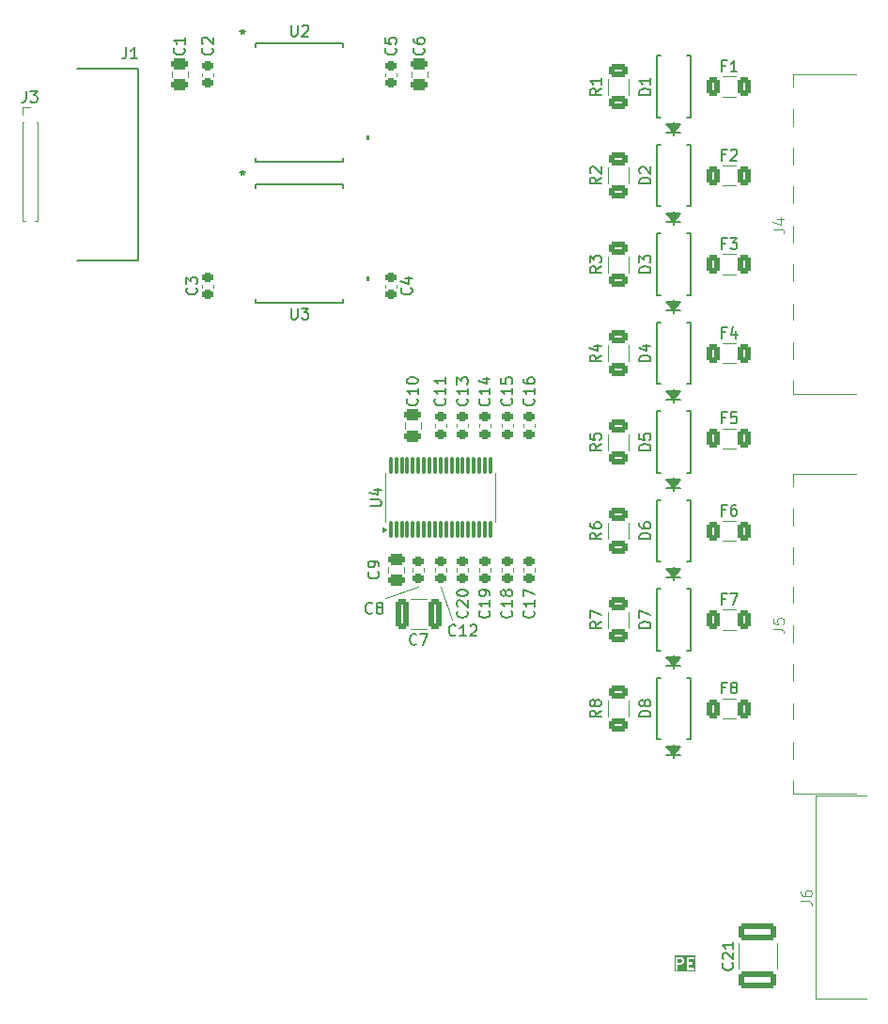
<source format=gbr>
%TF.GenerationSoftware,KiCad,Pcbnew,9.0.0*%
%TF.CreationDate,2025-03-07T09:36:14+03:00*%
%TF.ProjectId,PM_CNV-AI8_IU,504d5f43-4e56-42d4-9149-385f49552e6b,rev?*%
%TF.SameCoordinates,Original*%
%TF.FileFunction,Legend,Top*%
%TF.FilePolarity,Positive*%
%FSLAX46Y46*%
G04 Gerber Fmt 4.6, Leading zero omitted, Abs format (unit mm)*
G04 Created by KiCad (PCBNEW 9.0.0) date 2025-03-07 09:36:14*
%MOMM*%
%LPD*%
G01*
G04 APERTURE LIST*
G04 Aperture macros list*
%AMRoundRect*
0 Rectangle with rounded corners*
0 $1 Rounding radius*
0 $2 $3 $4 $5 $6 $7 $8 $9 X,Y pos of 4 corners*
0 Add a 4 corners polygon primitive as box body*
4,1,4,$2,$3,$4,$5,$6,$7,$8,$9,$2,$3,0*
0 Add four circle primitives for the rounded corners*
1,1,$1+$1,$2,$3*
1,1,$1+$1,$4,$5*
1,1,$1+$1,$6,$7*
1,1,$1+$1,$8,$9*
0 Add four rect primitives between the rounded corners*
20,1,$1+$1,$2,$3,$4,$5,0*
20,1,$1+$1,$4,$5,$6,$7,0*
20,1,$1+$1,$6,$7,$8,$9,0*
20,1,$1+$1,$8,$9,$2,$3,0*%
G04 Aperture macros list end*
%ADD10C,0.100000*%
%ADD11C,0.200000*%
%ADD12C,0.150000*%
%ADD13C,0.120000*%
%ADD14C,0.152400*%
%ADD15C,0.000000*%
%ADD16RoundRect,0.250000X-0.375000X-0.625000X0.375000X-0.625000X0.375000X0.625000X-0.375000X0.625000X0*%
%ADD17R,1.854200X0.482600*%
%ADD18C,3.200000*%
%ADD19R,1.651000X2.565400*%
%ADD20C,2.000000*%
%ADD21RoundRect,0.225000X0.250000X-0.225000X0.250000X0.225000X-0.250000X0.225000X-0.250000X-0.225000X0*%
%ADD22RoundRect,0.250000X-0.625000X0.312500X-0.625000X-0.312500X0.625000X-0.312500X0.625000X0.312500X0*%
%ADD23R,0.850000X0.850000*%
%ADD24O,0.850000X0.850000*%
%ADD25RoundRect,0.250000X0.325000X1.100000X-0.325000X1.100000X-0.325000X-1.100000X0.325000X-1.100000X0*%
%ADD26RoundRect,0.250000X0.475000X-0.250000X0.475000X0.250000X-0.475000X0.250000X-0.475000X-0.250000X0*%
%ADD27RoundRect,0.250000X-0.475000X0.250000X-0.475000X-0.250000X0.475000X-0.250000X0.475000X0.250000X0*%
%ADD28RoundRect,0.225000X-0.250000X0.225000X-0.250000X-0.225000X0.250000X-0.225000X0.250000X0.225000X0*%
%ADD29O,6.350000X6.350000*%
%ADD30C,2.200000*%
%ADD31R,1.803400X0.635000*%
%ADD32R,2.997200X2.590800*%
%ADD33RoundRect,0.075000X0.075000X-0.662500X0.075000X0.662500X-0.075000X0.662500X-0.075000X-0.662500X0*%
%ADD34RoundRect,0.250000X1.450000X-0.537500X1.450000X0.537500X-1.450000X0.537500X-1.450000X-0.537500X0*%
G04 APERTURE END LIST*
D10*
X-2000000Y-8000000D02*
X-5000000Y-9000000D01*
X1000000Y-11000000D02*
X0Y-8000000D01*
D11*
G36*
X21702668Y-41582024D02*
G01*
X21727337Y-41606692D01*
X21757142Y-41666302D01*
X21757142Y-41761945D01*
X21727337Y-41821554D01*
X21702668Y-41846222D01*
X21643059Y-41876028D01*
X21385714Y-41876028D01*
X21385714Y-41552219D01*
X21643059Y-41552219D01*
X21702668Y-41582024D01*
G37*
G36*
X22971094Y-42663330D02*
G01*
X21074603Y-42663330D01*
X21074603Y-41452219D01*
X21185714Y-41452219D01*
X21185714Y-42452219D01*
X21187635Y-42471728D01*
X21202567Y-42507776D01*
X21230157Y-42535366D01*
X21266205Y-42550298D01*
X21305223Y-42550298D01*
X21341271Y-42535366D01*
X21368861Y-42507776D01*
X21383793Y-42471728D01*
X21385714Y-42452219D01*
X21385714Y-42076028D01*
X21666666Y-42076028D01*
X21686175Y-42074107D01*
X21689495Y-42072731D01*
X21693079Y-42072477D01*
X21711387Y-42065471D01*
X21806625Y-42017852D01*
X21815021Y-42012566D01*
X21817461Y-42011556D01*
X21820207Y-42009302D01*
X21823215Y-42007409D01*
X21824944Y-42005414D01*
X21832615Y-41999120D01*
X21880233Y-41951501D01*
X21886525Y-41943834D01*
X21888523Y-41942102D01*
X21890416Y-41939093D01*
X21892670Y-41936348D01*
X21893680Y-41933907D01*
X21898966Y-41925511D01*
X21946585Y-41830274D01*
X21953591Y-41811965D01*
X21953845Y-41808381D01*
X21955221Y-41805061D01*
X21957142Y-41785552D01*
X21957142Y-41642695D01*
X21955221Y-41623186D01*
X21953845Y-41619865D01*
X21953591Y-41616282D01*
X21946585Y-41597973D01*
X21898966Y-41502736D01*
X21893680Y-41494339D01*
X21892670Y-41491899D01*
X21890416Y-41489153D01*
X21888523Y-41486145D01*
X21886525Y-41484412D01*
X21880233Y-41476746D01*
X21855707Y-41452219D01*
X22185714Y-41452219D01*
X22185714Y-42452219D01*
X22187635Y-42471728D01*
X22202567Y-42507776D01*
X22230157Y-42535366D01*
X22266205Y-42550298D01*
X22285714Y-42552219D01*
X22761904Y-42552219D01*
X22781413Y-42550298D01*
X22817461Y-42535366D01*
X22845051Y-42507776D01*
X22859983Y-42471728D01*
X22859983Y-42432710D01*
X22845051Y-42396662D01*
X22817461Y-42369072D01*
X22781413Y-42354140D01*
X22761904Y-42352219D01*
X22385714Y-42352219D01*
X22385714Y-42028409D01*
X22619047Y-42028409D01*
X22638556Y-42026488D01*
X22674604Y-42011556D01*
X22702194Y-41983966D01*
X22717126Y-41947918D01*
X22717126Y-41908900D01*
X22702194Y-41872852D01*
X22674604Y-41845262D01*
X22638556Y-41830330D01*
X22619047Y-41828409D01*
X22385714Y-41828409D01*
X22385714Y-41552219D01*
X22761904Y-41552219D01*
X22781413Y-41550298D01*
X22817461Y-41535366D01*
X22845051Y-41507776D01*
X22859983Y-41471728D01*
X22859983Y-41432710D01*
X22845051Y-41396662D01*
X22817461Y-41369072D01*
X22781413Y-41354140D01*
X22761904Y-41352219D01*
X22285714Y-41352219D01*
X22266205Y-41354140D01*
X22230157Y-41369072D01*
X22202567Y-41396662D01*
X22187635Y-41432710D01*
X22185714Y-41452219D01*
X21855707Y-41452219D01*
X21832615Y-41429127D01*
X21824944Y-41422832D01*
X21823215Y-41420838D01*
X21820207Y-41418944D01*
X21817461Y-41416691D01*
X21815021Y-41415680D01*
X21806625Y-41410395D01*
X21711387Y-41362776D01*
X21693079Y-41355770D01*
X21689495Y-41355515D01*
X21686175Y-41354140D01*
X21666666Y-41352219D01*
X21285714Y-41352219D01*
X21266205Y-41354140D01*
X21230157Y-41369072D01*
X21202567Y-41396662D01*
X21187635Y-41432710D01*
X21185714Y-41452219D01*
X21074603Y-41452219D01*
X21074603Y-41241108D01*
X22971094Y-41241108D01*
X22971094Y-42663330D01*
G37*
D12*
X25666666Y30888991D02*
X25333333Y30888991D01*
X25333333Y30365181D02*
X25333333Y31365181D01*
X25333333Y31365181D02*
X25809523Y31365181D01*
X26142857Y31269943D02*
X26190476Y31317562D01*
X26190476Y31317562D02*
X26285714Y31365181D01*
X26285714Y31365181D02*
X26523809Y31365181D01*
X26523809Y31365181D02*
X26619047Y31317562D01*
X26619047Y31317562D02*
X26666666Y31269943D01*
X26666666Y31269943D02*
X26714285Y31174705D01*
X26714285Y31174705D02*
X26714285Y31079467D01*
X26714285Y31079467D02*
X26666666Y30936610D01*
X26666666Y30936610D02*
X26095238Y30365181D01*
X26095238Y30365181D02*
X26714285Y30365181D01*
X25666666Y-9111009D02*
X25333333Y-9111009D01*
X25333333Y-9634819D02*
X25333333Y-8634819D01*
X25333333Y-8634819D02*
X25809523Y-8634819D01*
X26095238Y-8634819D02*
X26761904Y-8634819D01*
X26761904Y-8634819D02*
X26333333Y-9634819D01*
X-13461905Y42545181D02*
X-13461905Y41735658D01*
X-13461905Y41735658D02*
X-13414286Y41640420D01*
X-13414286Y41640420D02*
X-13366667Y41592800D01*
X-13366667Y41592800D02*
X-13271429Y41545181D01*
X-13271429Y41545181D02*
X-13080953Y41545181D01*
X-13080953Y41545181D02*
X-12985715Y41592800D01*
X-12985715Y41592800D02*
X-12938096Y41640420D01*
X-12938096Y41640420D02*
X-12890477Y41735658D01*
X-12890477Y41735658D02*
X-12890477Y42545181D01*
X-12461905Y42449943D02*
X-12414286Y42497562D01*
X-12414286Y42497562D02*
X-12319048Y42545181D01*
X-12319048Y42545181D02*
X-12080953Y42545181D01*
X-12080953Y42545181D02*
X-11985715Y42497562D01*
X-11985715Y42497562D02*
X-11938096Y42449943D01*
X-11938096Y42449943D02*
X-11890477Y42354705D01*
X-11890477Y42354705D02*
X-11890477Y42259467D01*
X-11890477Y42259467D02*
X-11938096Y42116610D01*
X-11938096Y42116610D02*
X-12509524Y41545181D01*
X-12509524Y41545181D02*
X-11890477Y41545181D01*
X-17830800Y42175781D02*
X-17830800Y41937686D01*
X-18068895Y42032924D02*
X-17830800Y41937686D01*
X-17830800Y41937686D02*
X-17592705Y42032924D01*
X-17973657Y41747210D02*
X-17830800Y41937686D01*
X-17830800Y41937686D02*
X-17687943Y41747210D01*
X18914819Y4261906D02*
X17914819Y4261906D01*
X17914819Y4261906D02*
X17914819Y4500001D01*
X17914819Y4500001D02*
X17962438Y4642858D01*
X17962438Y4642858D02*
X18057676Y4738096D01*
X18057676Y4738096D02*
X18152914Y4785715D01*
X18152914Y4785715D02*
X18343390Y4833334D01*
X18343390Y4833334D02*
X18486247Y4833334D01*
X18486247Y4833334D02*
X18676723Y4785715D01*
X18676723Y4785715D02*
X18771961Y4738096D01*
X18771961Y4738096D02*
X18867200Y4642858D01*
X18867200Y4642858D02*
X18914819Y4500001D01*
X18914819Y4500001D02*
X18914819Y4261906D01*
X17914819Y5738096D02*
X17914819Y5261906D01*
X17914819Y5261906D02*
X18391009Y5214287D01*
X18391009Y5214287D02*
X18343390Y5261906D01*
X18343390Y5261906D02*
X18295771Y5357144D01*
X18295771Y5357144D02*
X18295771Y5595239D01*
X18295771Y5595239D02*
X18343390Y5690477D01*
X18343390Y5690477D02*
X18391009Y5738096D01*
X18391009Y5738096D02*
X18486247Y5785715D01*
X18486247Y5785715D02*
X18724342Y5785715D01*
X18724342Y5785715D02*
X18819580Y5738096D01*
X18819580Y5738096D02*
X18867200Y5690477D01*
X18867200Y5690477D02*
X18914819Y5595239D01*
X18914819Y5595239D02*
X18914819Y5357144D01*
X18914819Y5357144D02*
X18867200Y5261906D01*
X18867200Y5261906D02*
X18819580Y5214287D01*
D10*
X29957419Y-11833333D02*
X30671704Y-11833333D01*
X30671704Y-11833333D02*
X30814561Y-11880952D01*
X30814561Y-11880952D02*
X30909800Y-11976190D01*
X30909800Y-11976190D02*
X30957419Y-12119047D01*
X30957419Y-12119047D02*
X30957419Y-12214285D01*
X29957419Y-10880952D02*
X29957419Y-11357142D01*
X29957419Y-11357142D02*
X30433609Y-11404761D01*
X30433609Y-11404761D02*
X30385990Y-11357142D01*
X30385990Y-11357142D02*
X30338371Y-11261904D01*
X30338371Y-11261904D02*
X30338371Y-11023809D01*
X30338371Y-11023809D02*
X30385990Y-10928571D01*
X30385990Y-10928571D02*
X30433609Y-10880952D01*
X30433609Y-10880952D02*
X30528847Y-10833333D01*
X30528847Y-10833333D02*
X30766942Y-10833333D01*
X30766942Y-10833333D02*
X30862180Y-10880952D01*
X30862180Y-10880952D02*
X30909800Y-10928571D01*
X30909800Y-10928571D02*
X30957419Y-11023809D01*
X30957419Y-11023809D02*
X30957419Y-11261904D01*
X30957419Y-11261904D02*
X30909800Y-11357142D01*
X30909800Y-11357142D02*
X30862180Y-11404761D01*
D12*
X-4085420Y40473334D02*
X-4037800Y40425715D01*
X-4037800Y40425715D02*
X-3990181Y40282858D01*
X-3990181Y40282858D02*
X-3990181Y40187620D01*
X-3990181Y40187620D02*
X-4037800Y40044763D01*
X-4037800Y40044763D02*
X-4133039Y39949525D01*
X-4133039Y39949525D02*
X-4228277Y39901906D01*
X-4228277Y39901906D02*
X-4418753Y39854287D01*
X-4418753Y39854287D02*
X-4561610Y39854287D01*
X-4561610Y39854287D02*
X-4752086Y39901906D01*
X-4752086Y39901906D02*
X-4847324Y39949525D01*
X-4847324Y39949525D02*
X-4942562Y40044763D01*
X-4942562Y40044763D02*
X-4990181Y40187620D01*
X-4990181Y40187620D02*
X-4990181Y40282858D01*
X-4990181Y40282858D02*
X-4942562Y40425715D01*
X-4942562Y40425715D02*
X-4894943Y40473334D01*
X-4990181Y41378096D02*
X-4990181Y40901906D01*
X-4990181Y40901906D02*
X-4513991Y40854287D01*
X-4513991Y40854287D02*
X-4561610Y40901906D01*
X-4561610Y40901906D02*
X-4609229Y40997144D01*
X-4609229Y40997144D02*
X-4609229Y41235239D01*
X-4609229Y41235239D02*
X-4561610Y41330477D01*
X-4561610Y41330477D02*
X-4513991Y41378096D01*
X-4513991Y41378096D02*
X-4418753Y41425715D01*
X-4418753Y41425715D02*
X-4180658Y41425715D01*
X-4180658Y41425715D02*
X-4085420Y41378096D01*
X-4085420Y41378096D02*
X-4037800Y41330477D01*
X-4037800Y41330477D02*
X-3990181Y41235239D01*
X-3990181Y41235239D02*
X-3990181Y40997144D01*
X-3990181Y40997144D02*
X-4037800Y40901906D01*
X-4037800Y40901906D02*
X-4085420Y40854287D01*
X14454819Y-3166666D02*
X13978628Y-3499999D01*
X14454819Y-3738094D02*
X13454819Y-3738094D01*
X13454819Y-3738094D02*
X13454819Y-3357142D01*
X13454819Y-3357142D02*
X13502438Y-3261904D01*
X13502438Y-3261904D02*
X13550057Y-3214285D01*
X13550057Y-3214285D02*
X13645295Y-3166666D01*
X13645295Y-3166666D02*
X13788152Y-3166666D01*
X13788152Y-3166666D02*
X13883390Y-3214285D01*
X13883390Y-3214285D02*
X13931009Y-3261904D01*
X13931009Y-3261904D02*
X13978628Y-3357142D01*
X13978628Y-3357142D02*
X13978628Y-3738094D01*
X13454819Y-2309523D02*
X13454819Y-2499999D01*
X13454819Y-2499999D02*
X13502438Y-2595237D01*
X13502438Y-2595237D02*
X13550057Y-2642856D01*
X13550057Y-2642856D02*
X13692914Y-2738094D01*
X13692914Y-2738094D02*
X13883390Y-2785713D01*
X13883390Y-2785713D02*
X14264342Y-2785713D01*
X14264342Y-2785713D02*
X14359580Y-2738094D01*
X14359580Y-2738094D02*
X14407200Y-2690475D01*
X14407200Y-2690475D02*
X14454819Y-2595237D01*
X14454819Y-2595237D02*
X14454819Y-2404761D01*
X14454819Y-2404761D02*
X14407200Y-2309523D01*
X14407200Y-2309523D02*
X14359580Y-2261904D01*
X14359580Y-2261904D02*
X14264342Y-2214285D01*
X14264342Y-2214285D02*
X14026247Y-2214285D01*
X14026247Y-2214285D02*
X13931009Y-2261904D01*
X13931009Y-2261904D02*
X13883390Y-2309523D01*
X13883390Y-2309523D02*
X13835771Y-2404761D01*
X13835771Y-2404761D02*
X13835771Y-2595237D01*
X13835771Y-2595237D02*
X13883390Y-2690475D01*
X13883390Y-2690475D02*
X13931009Y-2738094D01*
X13931009Y-2738094D02*
X14026247Y-2785713D01*
X25666666Y22888991D02*
X25333333Y22888991D01*
X25333333Y22365181D02*
X25333333Y23365181D01*
X25333333Y23365181D02*
X25809523Y23365181D01*
X26095238Y23365181D02*
X26714285Y23365181D01*
X26714285Y23365181D02*
X26380952Y22984229D01*
X26380952Y22984229D02*
X26523809Y22984229D01*
X26523809Y22984229D02*
X26619047Y22936610D01*
X26619047Y22936610D02*
X26666666Y22888991D01*
X26666666Y22888991D02*
X26714285Y22793753D01*
X26714285Y22793753D02*
X26714285Y22555658D01*
X26714285Y22555658D02*
X26666666Y22460420D01*
X26666666Y22460420D02*
X26619047Y22412800D01*
X26619047Y22412800D02*
X26523809Y22365181D01*
X26523809Y22365181D02*
X26238095Y22365181D01*
X26238095Y22365181D02*
X26142857Y22412800D01*
X26142857Y22412800D02*
X26095238Y22460420D01*
X2359580Y8908208D02*
X2407200Y8860589D01*
X2407200Y8860589D02*
X2454819Y8717732D01*
X2454819Y8717732D02*
X2454819Y8622494D01*
X2454819Y8622494D02*
X2407200Y8479637D01*
X2407200Y8479637D02*
X2311961Y8384399D01*
X2311961Y8384399D02*
X2216723Y8336780D01*
X2216723Y8336780D02*
X2026247Y8289161D01*
X2026247Y8289161D02*
X1883390Y8289161D01*
X1883390Y8289161D02*
X1692914Y8336780D01*
X1692914Y8336780D02*
X1597676Y8384399D01*
X1597676Y8384399D02*
X1502438Y8479637D01*
X1502438Y8479637D02*
X1454819Y8622494D01*
X1454819Y8622494D02*
X1454819Y8717732D01*
X1454819Y8717732D02*
X1502438Y8860589D01*
X1502438Y8860589D02*
X1550057Y8908208D01*
X2454819Y9860589D02*
X2454819Y9289161D01*
X2454819Y9574875D02*
X1454819Y9574875D01*
X1454819Y9574875D02*
X1597676Y9479637D01*
X1597676Y9479637D02*
X1692914Y9384399D01*
X1692914Y9384399D02*
X1740533Y9289161D01*
X1454819Y10193923D02*
X1454819Y10812970D01*
X1454819Y10812970D02*
X1835771Y10479637D01*
X1835771Y10479637D02*
X1835771Y10622494D01*
X1835771Y10622494D02*
X1883390Y10717732D01*
X1883390Y10717732D02*
X1931009Y10765351D01*
X1931009Y10765351D02*
X2026247Y10812970D01*
X2026247Y10812970D02*
X2264342Y10812970D01*
X2264342Y10812970D02*
X2359580Y10765351D01*
X2359580Y10765351D02*
X2407200Y10717732D01*
X2407200Y10717732D02*
X2454819Y10622494D01*
X2454819Y10622494D02*
X2454819Y10336780D01*
X2454819Y10336780D02*
X2407200Y10241542D01*
X2407200Y10241542D02*
X2359580Y10193923D01*
X-37333334Y36605181D02*
X-37333334Y35890896D01*
X-37333334Y35890896D02*
X-37380953Y35748039D01*
X-37380953Y35748039D02*
X-37476191Y35652800D01*
X-37476191Y35652800D02*
X-37619048Y35605181D01*
X-37619048Y35605181D02*
X-37714286Y35605181D01*
X-36952381Y36605181D02*
X-36333334Y36605181D01*
X-36333334Y36605181D02*
X-36666667Y36224229D01*
X-36666667Y36224229D02*
X-36523810Y36224229D01*
X-36523810Y36224229D02*
X-36428572Y36176610D01*
X-36428572Y36176610D02*
X-36380953Y36128991D01*
X-36380953Y36128991D02*
X-36333334Y36033753D01*
X-36333334Y36033753D02*
X-36333334Y35795658D01*
X-36333334Y35795658D02*
X-36380953Y35700420D01*
X-36380953Y35700420D02*
X-36428572Y35652800D01*
X-36428572Y35652800D02*
X-36523810Y35605181D01*
X-36523810Y35605181D02*
X-36809524Y35605181D01*
X-36809524Y35605181D02*
X-36904762Y35652800D01*
X-36904762Y35652800D02*
X-36952381Y35700420D01*
X18914819Y20261906D02*
X17914819Y20261906D01*
X17914819Y20261906D02*
X17914819Y20500001D01*
X17914819Y20500001D02*
X17962438Y20642858D01*
X17962438Y20642858D02*
X18057676Y20738096D01*
X18057676Y20738096D02*
X18152914Y20785715D01*
X18152914Y20785715D02*
X18343390Y20833334D01*
X18343390Y20833334D02*
X18486247Y20833334D01*
X18486247Y20833334D02*
X18676723Y20785715D01*
X18676723Y20785715D02*
X18771961Y20738096D01*
X18771961Y20738096D02*
X18867200Y20642858D01*
X18867200Y20642858D02*
X18914819Y20500001D01*
X18914819Y20500001D02*
X18914819Y20261906D01*
X17914819Y21166668D02*
X17914819Y21785715D01*
X17914819Y21785715D02*
X18295771Y21452382D01*
X18295771Y21452382D02*
X18295771Y21595239D01*
X18295771Y21595239D02*
X18343390Y21690477D01*
X18343390Y21690477D02*
X18391009Y21738096D01*
X18391009Y21738096D02*
X18486247Y21785715D01*
X18486247Y21785715D02*
X18724342Y21785715D01*
X18724342Y21785715D02*
X18819580Y21738096D01*
X18819580Y21738096D02*
X18867200Y21690477D01*
X18867200Y21690477D02*
X18914819Y21595239D01*
X18914819Y21595239D02*
X18914819Y21309525D01*
X18914819Y21309525D02*
X18867200Y21214287D01*
X18867200Y21214287D02*
X18819580Y21166668D01*
D10*
X29957419Y24166667D02*
X30671704Y24166667D01*
X30671704Y24166667D02*
X30814561Y24119048D01*
X30814561Y24119048D02*
X30909800Y24023810D01*
X30909800Y24023810D02*
X30957419Y23880953D01*
X30957419Y23880953D02*
X30957419Y23785715D01*
X30290752Y25071429D02*
X30957419Y25071429D01*
X29909800Y24833334D02*
X30624085Y24595239D01*
X30624085Y24595239D02*
X30624085Y25214286D01*
D12*
X14454819Y36833334D02*
X13978628Y36500001D01*
X14454819Y36261906D02*
X13454819Y36261906D01*
X13454819Y36261906D02*
X13454819Y36642858D01*
X13454819Y36642858D02*
X13502438Y36738096D01*
X13502438Y36738096D02*
X13550057Y36785715D01*
X13550057Y36785715D02*
X13645295Y36833334D01*
X13645295Y36833334D02*
X13788152Y36833334D01*
X13788152Y36833334D02*
X13883390Y36785715D01*
X13883390Y36785715D02*
X13931009Y36738096D01*
X13931009Y36738096D02*
X13978628Y36642858D01*
X13978628Y36642858D02*
X13978628Y36261906D01*
X14454819Y37785715D02*
X14454819Y37214287D01*
X14454819Y37500001D02*
X13454819Y37500001D01*
X13454819Y37500001D02*
X13597676Y37404763D01*
X13597676Y37404763D02*
X13692914Y37309525D01*
X13692914Y37309525D02*
X13740533Y37214287D01*
X359580Y8908208D02*
X407200Y8860589D01*
X407200Y8860589D02*
X454819Y8717732D01*
X454819Y8717732D02*
X454819Y8622494D01*
X454819Y8622494D02*
X407200Y8479637D01*
X407200Y8479637D02*
X311961Y8384399D01*
X311961Y8384399D02*
X216723Y8336780D01*
X216723Y8336780D02*
X26247Y8289161D01*
X26247Y8289161D02*
X-116610Y8289161D01*
X-116610Y8289161D02*
X-307086Y8336780D01*
X-307086Y8336780D02*
X-402324Y8384399D01*
X-402324Y8384399D02*
X-497562Y8479637D01*
X-497562Y8479637D02*
X-545181Y8622494D01*
X-545181Y8622494D02*
X-545181Y8717732D01*
X-545181Y8717732D02*
X-497562Y8860589D01*
X-497562Y8860589D02*
X-449943Y8908208D01*
X454819Y9860589D02*
X454819Y9289161D01*
X454819Y9574875D02*
X-545181Y9574875D01*
X-545181Y9574875D02*
X-402324Y9479637D01*
X-402324Y9479637D02*
X-307086Y9384399D01*
X-307086Y9384399D02*
X-259467Y9289161D01*
X454819Y10812970D02*
X454819Y10241542D01*
X454819Y10527256D02*
X-545181Y10527256D01*
X-545181Y10527256D02*
X-402324Y10432018D01*
X-402324Y10432018D02*
X-307086Y10336780D01*
X-307086Y10336780D02*
X-259467Y10241542D01*
X14454819Y12833334D02*
X13978628Y12500001D01*
X14454819Y12261906D02*
X13454819Y12261906D01*
X13454819Y12261906D02*
X13454819Y12642858D01*
X13454819Y12642858D02*
X13502438Y12738096D01*
X13502438Y12738096D02*
X13550057Y12785715D01*
X13550057Y12785715D02*
X13645295Y12833334D01*
X13645295Y12833334D02*
X13788152Y12833334D01*
X13788152Y12833334D02*
X13883390Y12785715D01*
X13883390Y12785715D02*
X13931009Y12738096D01*
X13931009Y12738096D02*
X13978628Y12642858D01*
X13978628Y12642858D02*
X13978628Y12261906D01*
X13788152Y13690477D02*
X14454819Y13690477D01*
X13407200Y13452382D02*
X14121485Y13214287D01*
X14121485Y13214287D02*
X14121485Y13833334D01*
X-2166667Y-13159580D02*
X-2214286Y-13207200D01*
X-2214286Y-13207200D02*
X-2357143Y-13254819D01*
X-2357143Y-13254819D02*
X-2452381Y-13254819D01*
X-2452381Y-13254819D02*
X-2595238Y-13207200D01*
X-2595238Y-13207200D02*
X-2690476Y-13111961D01*
X-2690476Y-13111961D02*
X-2738095Y-13016723D01*
X-2738095Y-13016723D02*
X-2785714Y-12826247D01*
X-2785714Y-12826247D02*
X-2785714Y-12683390D01*
X-2785714Y-12683390D02*
X-2738095Y-12492914D01*
X-2738095Y-12492914D02*
X-2690476Y-12397676D01*
X-2690476Y-12397676D02*
X-2595238Y-12302438D01*
X-2595238Y-12302438D02*
X-2452381Y-12254819D01*
X-2452381Y-12254819D02*
X-2357143Y-12254819D01*
X-2357143Y-12254819D02*
X-2214286Y-12302438D01*
X-2214286Y-12302438D02*
X-2166667Y-12350057D01*
X-1833333Y-12254819D02*
X-1166667Y-12254819D01*
X-1166667Y-12254819D02*
X-1595238Y-13254819D01*
X14454819Y28833334D02*
X13978628Y28500001D01*
X14454819Y28261906D02*
X13454819Y28261906D01*
X13454819Y28261906D02*
X13454819Y28642858D01*
X13454819Y28642858D02*
X13502438Y28738096D01*
X13502438Y28738096D02*
X13550057Y28785715D01*
X13550057Y28785715D02*
X13645295Y28833334D01*
X13645295Y28833334D02*
X13788152Y28833334D01*
X13788152Y28833334D02*
X13883390Y28785715D01*
X13883390Y28785715D02*
X13931009Y28738096D01*
X13931009Y28738096D02*
X13978628Y28642858D01*
X13978628Y28642858D02*
X13978628Y28261906D01*
X13550057Y29214287D02*
X13502438Y29261906D01*
X13502438Y29261906D02*
X13454819Y29357144D01*
X13454819Y29357144D02*
X13454819Y29595239D01*
X13454819Y29595239D02*
X13502438Y29690477D01*
X13502438Y29690477D02*
X13550057Y29738096D01*
X13550057Y29738096D02*
X13645295Y29785715D01*
X13645295Y29785715D02*
X13740533Y29785715D01*
X13740533Y29785715D02*
X13883390Y29738096D01*
X13883390Y29738096D02*
X14454819Y29166668D01*
X14454819Y29166668D02*
X14454819Y29785715D01*
X-23135420Y40473334D02*
X-23087800Y40425715D01*
X-23087800Y40425715D02*
X-23040181Y40282858D01*
X-23040181Y40282858D02*
X-23040181Y40187620D01*
X-23040181Y40187620D02*
X-23087800Y40044763D01*
X-23087800Y40044763D02*
X-23183039Y39949525D01*
X-23183039Y39949525D02*
X-23278277Y39901906D01*
X-23278277Y39901906D02*
X-23468753Y39854287D01*
X-23468753Y39854287D02*
X-23611610Y39854287D01*
X-23611610Y39854287D02*
X-23802086Y39901906D01*
X-23802086Y39901906D02*
X-23897324Y39949525D01*
X-23897324Y39949525D02*
X-23992562Y40044763D01*
X-23992562Y40044763D02*
X-24040181Y40187620D01*
X-24040181Y40187620D02*
X-24040181Y40282858D01*
X-24040181Y40282858D02*
X-23992562Y40425715D01*
X-23992562Y40425715D02*
X-23944943Y40473334D01*
X-23040181Y41425715D02*
X-23040181Y40854287D01*
X-23040181Y41140001D02*
X-24040181Y41140001D01*
X-24040181Y41140001D02*
X-23897324Y41044763D01*
X-23897324Y41044763D02*
X-23802086Y40949525D01*
X-23802086Y40949525D02*
X-23754467Y40854287D01*
X-13461905Y17055181D02*
X-13461905Y16245658D01*
X-13461905Y16245658D02*
X-13414286Y16150420D01*
X-13414286Y16150420D02*
X-13366667Y16102800D01*
X-13366667Y16102800D02*
X-13271429Y16055181D01*
X-13271429Y16055181D02*
X-13080953Y16055181D01*
X-13080953Y16055181D02*
X-12985715Y16102800D01*
X-12985715Y16102800D02*
X-12938096Y16150420D01*
X-12938096Y16150420D02*
X-12890477Y16245658D01*
X-12890477Y16245658D02*
X-12890477Y17055181D01*
X-12509524Y17055181D02*
X-11890477Y17055181D01*
X-11890477Y17055181D02*
X-12223810Y16674229D01*
X-12223810Y16674229D02*
X-12080953Y16674229D01*
X-12080953Y16674229D02*
X-11985715Y16626610D01*
X-11985715Y16626610D02*
X-11938096Y16578991D01*
X-11938096Y16578991D02*
X-11890477Y16483753D01*
X-11890477Y16483753D02*
X-11890477Y16245658D01*
X-11890477Y16245658D02*
X-11938096Y16150420D01*
X-11938096Y16150420D02*
X-11985715Y16102800D01*
X-11985715Y16102800D02*
X-12080953Y16055181D01*
X-12080953Y16055181D02*
X-12366667Y16055181D01*
X-12366667Y16055181D02*
X-12461905Y16102800D01*
X-12461905Y16102800D02*
X-12509524Y16150420D01*
X-17830800Y29475781D02*
X-17830800Y29237686D01*
X-18068895Y29332924D02*
X-17830800Y29237686D01*
X-17830800Y29237686D02*
X-17592705Y29332924D01*
X-17973657Y29047210D02*
X-17830800Y29237686D01*
X-17830800Y29237686D02*
X-17687943Y29047210D01*
X-22025420Y18883334D02*
X-21977800Y18835715D01*
X-21977800Y18835715D02*
X-21930181Y18692858D01*
X-21930181Y18692858D02*
X-21930181Y18597620D01*
X-21930181Y18597620D02*
X-21977800Y18454763D01*
X-21977800Y18454763D02*
X-22073039Y18359525D01*
X-22073039Y18359525D02*
X-22168277Y18311906D01*
X-22168277Y18311906D02*
X-22358753Y18264287D01*
X-22358753Y18264287D02*
X-22501610Y18264287D01*
X-22501610Y18264287D02*
X-22692086Y18311906D01*
X-22692086Y18311906D02*
X-22787324Y18359525D01*
X-22787324Y18359525D02*
X-22882562Y18454763D01*
X-22882562Y18454763D02*
X-22930181Y18597620D01*
X-22930181Y18597620D02*
X-22930181Y18692858D01*
X-22930181Y18692858D02*
X-22882562Y18835715D01*
X-22882562Y18835715D02*
X-22834943Y18883334D01*
X-22930181Y19216668D02*
X-22930181Y19835715D01*
X-22930181Y19835715D02*
X-22549229Y19502382D01*
X-22549229Y19502382D02*
X-22549229Y19645239D01*
X-22549229Y19645239D02*
X-22501610Y19740477D01*
X-22501610Y19740477D02*
X-22453991Y19788096D01*
X-22453991Y19788096D02*
X-22358753Y19835715D01*
X-22358753Y19835715D02*
X-22120658Y19835715D01*
X-22120658Y19835715D02*
X-22025420Y19788096D01*
X-22025420Y19788096D02*
X-21977800Y19740477D01*
X-21977800Y19740477D02*
X-21930181Y19645239D01*
X-21930181Y19645239D02*
X-21930181Y19359525D01*
X-21930181Y19359525D02*
X-21977800Y19264287D01*
X-21977800Y19264287D02*
X-22025420Y19216668D01*
X-2140420Y8908208D02*
X-2092800Y8860589D01*
X-2092800Y8860589D02*
X-2045181Y8717732D01*
X-2045181Y8717732D02*
X-2045181Y8622494D01*
X-2045181Y8622494D02*
X-2092800Y8479637D01*
X-2092800Y8479637D02*
X-2188039Y8384399D01*
X-2188039Y8384399D02*
X-2283277Y8336780D01*
X-2283277Y8336780D02*
X-2473753Y8289161D01*
X-2473753Y8289161D02*
X-2616610Y8289161D01*
X-2616610Y8289161D02*
X-2807086Y8336780D01*
X-2807086Y8336780D02*
X-2902324Y8384399D01*
X-2902324Y8384399D02*
X-2997562Y8479637D01*
X-2997562Y8479637D02*
X-3045181Y8622494D01*
X-3045181Y8622494D02*
X-3045181Y8717732D01*
X-3045181Y8717732D02*
X-2997562Y8860589D01*
X-2997562Y8860589D02*
X-2949943Y8908208D01*
X-2045181Y9860589D02*
X-2045181Y9289161D01*
X-2045181Y9574875D02*
X-3045181Y9574875D01*
X-3045181Y9574875D02*
X-2902324Y9479637D01*
X-2902324Y9479637D02*
X-2807086Y9384399D01*
X-2807086Y9384399D02*
X-2759467Y9289161D01*
X-3045181Y10479637D02*
X-3045181Y10574875D01*
X-3045181Y10574875D02*
X-2997562Y10670113D01*
X-2997562Y10670113D02*
X-2949943Y10717732D01*
X-2949943Y10717732D02*
X-2854705Y10765351D01*
X-2854705Y10765351D02*
X-2664229Y10812970D01*
X-2664229Y10812970D02*
X-2426134Y10812970D01*
X-2426134Y10812970D02*
X-2235658Y10765351D01*
X-2235658Y10765351D02*
X-2140420Y10717732D01*
X-2140420Y10717732D02*
X-2092800Y10670113D01*
X-2092800Y10670113D02*
X-2045181Y10574875D01*
X-2045181Y10574875D02*
X-2045181Y10479637D01*
X-2045181Y10479637D02*
X-2092800Y10384399D01*
X-2092800Y10384399D02*
X-2140420Y10336780D01*
X-2140420Y10336780D02*
X-2235658Y10289161D01*
X-2235658Y10289161D02*
X-2426134Y10241542D01*
X-2426134Y10241542D02*
X-2664229Y10241542D01*
X-2664229Y10241542D02*
X-2854705Y10289161D01*
X-2854705Y10289161D02*
X-2949943Y10336780D01*
X-2949943Y10336780D02*
X-2997562Y10384399D01*
X-2997562Y10384399D02*
X-3045181Y10479637D01*
X6359580Y-10193922D02*
X6407200Y-10241541D01*
X6407200Y-10241541D02*
X6454819Y-10384398D01*
X6454819Y-10384398D02*
X6454819Y-10479636D01*
X6454819Y-10479636D02*
X6407200Y-10622493D01*
X6407200Y-10622493D02*
X6311961Y-10717731D01*
X6311961Y-10717731D02*
X6216723Y-10765350D01*
X6216723Y-10765350D02*
X6026247Y-10812969D01*
X6026247Y-10812969D02*
X5883390Y-10812969D01*
X5883390Y-10812969D02*
X5692914Y-10765350D01*
X5692914Y-10765350D02*
X5597676Y-10717731D01*
X5597676Y-10717731D02*
X5502438Y-10622493D01*
X5502438Y-10622493D02*
X5454819Y-10479636D01*
X5454819Y-10479636D02*
X5454819Y-10384398D01*
X5454819Y-10384398D02*
X5502438Y-10241541D01*
X5502438Y-10241541D02*
X5550057Y-10193922D01*
X6454819Y-9241541D02*
X6454819Y-9812969D01*
X6454819Y-9527255D02*
X5454819Y-9527255D01*
X5454819Y-9527255D02*
X5597676Y-9622493D01*
X5597676Y-9622493D02*
X5692914Y-9717731D01*
X5692914Y-9717731D02*
X5740533Y-9812969D01*
X5883390Y-8670112D02*
X5835771Y-8765350D01*
X5835771Y-8765350D02*
X5788152Y-8812969D01*
X5788152Y-8812969D02*
X5692914Y-8860588D01*
X5692914Y-8860588D02*
X5645295Y-8860588D01*
X5645295Y-8860588D02*
X5550057Y-8812969D01*
X5550057Y-8812969D02*
X5502438Y-8765350D01*
X5502438Y-8765350D02*
X5454819Y-8670112D01*
X5454819Y-8670112D02*
X5454819Y-8479636D01*
X5454819Y-8479636D02*
X5502438Y-8384398D01*
X5502438Y-8384398D02*
X5550057Y-8336779D01*
X5550057Y-8336779D02*
X5645295Y-8289160D01*
X5645295Y-8289160D02*
X5692914Y-8289160D01*
X5692914Y-8289160D02*
X5788152Y-8336779D01*
X5788152Y-8336779D02*
X5835771Y-8384398D01*
X5835771Y-8384398D02*
X5883390Y-8479636D01*
X5883390Y-8479636D02*
X5883390Y-8670112D01*
X5883390Y-8670112D02*
X5931009Y-8765350D01*
X5931009Y-8765350D02*
X5978628Y-8812969D01*
X5978628Y-8812969D02*
X6073866Y-8860588D01*
X6073866Y-8860588D02*
X6264342Y-8860588D01*
X6264342Y-8860588D02*
X6359580Y-8812969D01*
X6359580Y-8812969D02*
X6407200Y-8765350D01*
X6407200Y-8765350D02*
X6454819Y-8670112D01*
X6454819Y-8670112D02*
X6454819Y-8479636D01*
X6454819Y-8479636D02*
X6407200Y-8384398D01*
X6407200Y-8384398D02*
X6359580Y-8336779D01*
X6359580Y-8336779D02*
X6264342Y-8289160D01*
X6264342Y-8289160D02*
X6073866Y-8289160D01*
X6073866Y-8289160D02*
X5978628Y-8336779D01*
X5978628Y-8336779D02*
X5931009Y-8384398D01*
X5931009Y-8384398D02*
X5883390Y-8479636D01*
X14454819Y20833334D02*
X13978628Y20500001D01*
X14454819Y20261906D02*
X13454819Y20261906D01*
X13454819Y20261906D02*
X13454819Y20642858D01*
X13454819Y20642858D02*
X13502438Y20738096D01*
X13502438Y20738096D02*
X13550057Y20785715D01*
X13550057Y20785715D02*
X13645295Y20833334D01*
X13645295Y20833334D02*
X13788152Y20833334D01*
X13788152Y20833334D02*
X13883390Y20785715D01*
X13883390Y20785715D02*
X13931009Y20738096D01*
X13931009Y20738096D02*
X13978628Y20642858D01*
X13978628Y20642858D02*
X13978628Y20261906D01*
X13454819Y21166668D02*
X13454819Y21785715D01*
X13454819Y21785715D02*
X13835771Y21452382D01*
X13835771Y21452382D02*
X13835771Y21595239D01*
X13835771Y21595239D02*
X13883390Y21690477D01*
X13883390Y21690477D02*
X13931009Y21738096D01*
X13931009Y21738096D02*
X14026247Y21785715D01*
X14026247Y21785715D02*
X14264342Y21785715D01*
X14264342Y21785715D02*
X14359580Y21738096D01*
X14359580Y21738096D02*
X14407200Y21690477D01*
X14407200Y21690477D02*
X14454819Y21595239D01*
X14454819Y21595239D02*
X14454819Y21309525D01*
X14454819Y21309525D02*
X14407200Y21214287D01*
X14407200Y21214287D02*
X14359580Y21166668D01*
X1357142Y-12359580D02*
X1309523Y-12407200D01*
X1309523Y-12407200D02*
X1166666Y-12454819D01*
X1166666Y-12454819D02*
X1071428Y-12454819D01*
X1071428Y-12454819D02*
X928571Y-12407200D01*
X928571Y-12407200D02*
X833333Y-12311961D01*
X833333Y-12311961D02*
X785714Y-12216723D01*
X785714Y-12216723D02*
X738095Y-12026247D01*
X738095Y-12026247D02*
X738095Y-11883390D01*
X738095Y-11883390D02*
X785714Y-11692914D01*
X785714Y-11692914D02*
X833333Y-11597676D01*
X833333Y-11597676D02*
X928571Y-11502438D01*
X928571Y-11502438D02*
X1071428Y-11454819D01*
X1071428Y-11454819D02*
X1166666Y-11454819D01*
X1166666Y-11454819D02*
X1309523Y-11502438D01*
X1309523Y-11502438D02*
X1357142Y-11550057D01*
X2309523Y-12454819D02*
X1738095Y-12454819D01*
X2023809Y-12454819D02*
X2023809Y-11454819D01*
X2023809Y-11454819D02*
X1928571Y-11597676D01*
X1928571Y-11597676D02*
X1833333Y-11692914D01*
X1833333Y-11692914D02*
X1738095Y-11740533D01*
X2690476Y-11550057D02*
X2738095Y-11502438D01*
X2738095Y-11502438D02*
X2833333Y-11454819D01*
X2833333Y-11454819D02*
X3071428Y-11454819D01*
X3071428Y-11454819D02*
X3166666Y-11502438D01*
X3166666Y-11502438D02*
X3214285Y-11550057D01*
X3214285Y-11550057D02*
X3261904Y-11645295D01*
X3261904Y-11645295D02*
X3261904Y-11740533D01*
X3261904Y-11740533D02*
X3214285Y-11883390D01*
X3214285Y-11883390D02*
X2642857Y-12454819D01*
X2642857Y-12454819D02*
X3261904Y-12454819D01*
X-1545420Y40473334D02*
X-1497800Y40425715D01*
X-1497800Y40425715D02*
X-1450181Y40282858D01*
X-1450181Y40282858D02*
X-1450181Y40187620D01*
X-1450181Y40187620D02*
X-1497800Y40044763D01*
X-1497800Y40044763D02*
X-1593039Y39949525D01*
X-1593039Y39949525D02*
X-1688277Y39901906D01*
X-1688277Y39901906D02*
X-1878753Y39854287D01*
X-1878753Y39854287D02*
X-2021610Y39854287D01*
X-2021610Y39854287D02*
X-2212086Y39901906D01*
X-2212086Y39901906D02*
X-2307324Y39949525D01*
X-2307324Y39949525D02*
X-2402562Y40044763D01*
X-2402562Y40044763D02*
X-2450181Y40187620D01*
X-2450181Y40187620D02*
X-2450181Y40282858D01*
X-2450181Y40282858D02*
X-2402562Y40425715D01*
X-2402562Y40425715D02*
X-2354943Y40473334D01*
X-2450181Y41330477D02*
X-2450181Y41140001D01*
X-2450181Y41140001D02*
X-2402562Y41044763D01*
X-2402562Y41044763D02*
X-2354943Y40997144D01*
X-2354943Y40997144D02*
X-2212086Y40901906D01*
X-2212086Y40901906D02*
X-2021610Y40854287D01*
X-2021610Y40854287D02*
X-1640658Y40854287D01*
X-1640658Y40854287D02*
X-1545420Y40901906D01*
X-1545420Y40901906D02*
X-1497800Y40949525D01*
X-1497800Y40949525D02*
X-1450181Y41044763D01*
X-1450181Y41044763D02*
X-1450181Y41235239D01*
X-1450181Y41235239D02*
X-1497800Y41330477D01*
X-1497800Y41330477D02*
X-1545420Y41378096D01*
X-1545420Y41378096D02*
X-1640658Y41425715D01*
X-1640658Y41425715D02*
X-1878753Y41425715D01*
X-1878753Y41425715D02*
X-1973991Y41378096D01*
X-1973991Y41378096D02*
X-2021610Y41330477D01*
X-2021610Y41330477D02*
X-2069229Y41235239D01*
X-2069229Y41235239D02*
X-2069229Y41044763D01*
X-2069229Y41044763D02*
X-2021610Y40949525D01*
X-2021610Y40949525D02*
X-1973991Y40901906D01*
X-1973991Y40901906D02*
X-1878753Y40854287D01*
X18914819Y28261906D02*
X17914819Y28261906D01*
X17914819Y28261906D02*
X17914819Y28500001D01*
X17914819Y28500001D02*
X17962438Y28642858D01*
X17962438Y28642858D02*
X18057676Y28738096D01*
X18057676Y28738096D02*
X18152914Y28785715D01*
X18152914Y28785715D02*
X18343390Y28833334D01*
X18343390Y28833334D02*
X18486247Y28833334D01*
X18486247Y28833334D02*
X18676723Y28785715D01*
X18676723Y28785715D02*
X18771961Y28738096D01*
X18771961Y28738096D02*
X18867200Y28642858D01*
X18867200Y28642858D02*
X18914819Y28500001D01*
X18914819Y28500001D02*
X18914819Y28261906D01*
X18010057Y29214287D02*
X17962438Y29261906D01*
X17962438Y29261906D02*
X17914819Y29357144D01*
X17914819Y29357144D02*
X17914819Y29595239D01*
X17914819Y29595239D02*
X17962438Y29690477D01*
X17962438Y29690477D02*
X18010057Y29738096D01*
X18010057Y29738096D02*
X18105295Y29785715D01*
X18105295Y29785715D02*
X18200533Y29785715D01*
X18200533Y29785715D02*
X18343390Y29738096D01*
X18343390Y29738096D02*
X18914819Y29166668D01*
X18914819Y29166668D02*
X18914819Y29785715D01*
D10*
X32457419Y-36333333D02*
X33171704Y-36333333D01*
X33171704Y-36333333D02*
X33314561Y-36380952D01*
X33314561Y-36380952D02*
X33409800Y-36476190D01*
X33409800Y-36476190D02*
X33457419Y-36619047D01*
X33457419Y-36619047D02*
X33457419Y-36714285D01*
X32457419Y-35428571D02*
X32457419Y-35619047D01*
X32457419Y-35619047D02*
X32505038Y-35714285D01*
X32505038Y-35714285D02*
X32552657Y-35761904D01*
X32552657Y-35761904D02*
X32695514Y-35857142D01*
X32695514Y-35857142D02*
X32885990Y-35904761D01*
X32885990Y-35904761D02*
X33266942Y-35904761D01*
X33266942Y-35904761D02*
X33362180Y-35857142D01*
X33362180Y-35857142D02*
X33409800Y-35809523D01*
X33409800Y-35809523D02*
X33457419Y-35714285D01*
X33457419Y-35714285D02*
X33457419Y-35523809D01*
X33457419Y-35523809D02*
X33409800Y-35428571D01*
X33409800Y-35428571D02*
X33362180Y-35380952D01*
X33362180Y-35380952D02*
X33266942Y-35333333D01*
X33266942Y-35333333D02*
X33028847Y-35333333D01*
X33028847Y-35333333D02*
X32933609Y-35380952D01*
X32933609Y-35380952D02*
X32885990Y-35428571D01*
X32885990Y-35428571D02*
X32838371Y-35523809D01*
X32838371Y-35523809D02*
X32838371Y-35714285D01*
X32838371Y-35714285D02*
X32885990Y-35809523D01*
X32885990Y-35809523D02*
X32933609Y-35857142D01*
X32933609Y-35857142D02*
X33028847Y-35904761D01*
D12*
X18914819Y12261906D02*
X17914819Y12261906D01*
X17914819Y12261906D02*
X17914819Y12500001D01*
X17914819Y12500001D02*
X17962438Y12642858D01*
X17962438Y12642858D02*
X18057676Y12738096D01*
X18057676Y12738096D02*
X18152914Y12785715D01*
X18152914Y12785715D02*
X18343390Y12833334D01*
X18343390Y12833334D02*
X18486247Y12833334D01*
X18486247Y12833334D02*
X18676723Y12785715D01*
X18676723Y12785715D02*
X18771961Y12738096D01*
X18771961Y12738096D02*
X18867200Y12642858D01*
X18867200Y12642858D02*
X18914819Y12500001D01*
X18914819Y12500001D02*
X18914819Y12261906D01*
X18248152Y13690477D02*
X18914819Y13690477D01*
X17867200Y13452382D02*
X18581485Y13214287D01*
X18581485Y13214287D02*
X18581485Y13833334D01*
X14454819Y4833334D02*
X13978628Y4500001D01*
X14454819Y4261906D02*
X13454819Y4261906D01*
X13454819Y4261906D02*
X13454819Y4642858D01*
X13454819Y4642858D02*
X13502438Y4738096D01*
X13502438Y4738096D02*
X13550057Y4785715D01*
X13550057Y4785715D02*
X13645295Y4833334D01*
X13645295Y4833334D02*
X13788152Y4833334D01*
X13788152Y4833334D02*
X13883390Y4785715D01*
X13883390Y4785715D02*
X13931009Y4738096D01*
X13931009Y4738096D02*
X13978628Y4642858D01*
X13978628Y4642858D02*
X13978628Y4261906D01*
X13454819Y5738096D02*
X13454819Y5261906D01*
X13454819Y5261906D02*
X13931009Y5214287D01*
X13931009Y5214287D02*
X13883390Y5261906D01*
X13883390Y5261906D02*
X13835771Y5357144D01*
X13835771Y5357144D02*
X13835771Y5595239D01*
X13835771Y5595239D02*
X13883390Y5690477D01*
X13883390Y5690477D02*
X13931009Y5738096D01*
X13931009Y5738096D02*
X14026247Y5785715D01*
X14026247Y5785715D02*
X14264342Y5785715D01*
X14264342Y5785715D02*
X14359580Y5738096D01*
X14359580Y5738096D02*
X14407200Y5690477D01*
X14407200Y5690477D02*
X14454819Y5595239D01*
X14454819Y5595239D02*
X14454819Y5357144D01*
X14454819Y5357144D02*
X14407200Y5261906D01*
X14407200Y5261906D02*
X14359580Y5214287D01*
X25666666Y7213991D02*
X25333333Y7213991D01*
X25333333Y6690181D02*
X25333333Y7690181D01*
X25333333Y7690181D02*
X25809523Y7690181D01*
X26666666Y7690181D02*
X26190476Y7690181D01*
X26190476Y7690181D02*
X26142857Y7213991D01*
X26142857Y7213991D02*
X26190476Y7261610D01*
X26190476Y7261610D02*
X26285714Y7309229D01*
X26285714Y7309229D02*
X26523809Y7309229D01*
X26523809Y7309229D02*
X26619047Y7261610D01*
X26619047Y7261610D02*
X26666666Y7213991D01*
X26666666Y7213991D02*
X26714285Y7118753D01*
X26714285Y7118753D02*
X26714285Y6880658D01*
X26714285Y6880658D02*
X26666666Y6785420D01*
X26666666Y6785420D02*
X26619047Y6737800D01*
X26619047Y6737800D02*
X26523809Y6690181D01*
X26523809Y6690181D02*
X26285714Y6690181D01*
X26285714Y6690181D02*
X26190476Y6737800D01*
X26190476Y6737800D02*
X26142857Y6785420D01*
X-28333334Y40545181D02*
X-28333334Y39830896D01*
X-28333334Y39830896D02*
X-28380953Y39688039D01*
X-28380953Y39688039D02*
X-28476191Y39592800D01*
X-28476191Y39592800D02*
X-28619048Y39545181D01*
X-28619048Y39545181D02*
X-28714286Y39545181D01*
X-27333334Y39545181D02*
X-27904762Y39545181D01*
X-27619048Y39545181D02*
X-27619048Y40545181D01*
X-27619048Y40545181D02*
X-27714286Y40402324D01*
X-27714286Y40402324D02*
X-27809524Y40307086D01*
X-27809524Y40307086D02*
X-27904762Y40259467D01*
X6359580Y8908208D02*
X6407200Y8860589D01*
X6407200Y8860589D02*
X6454819Y8717732D01*
X6454819Y8717732D02*
X6454819Y8622494D01*
X6454819Y8622494D02*
X6407200Y8479637D01*
X6407200Y8479637D02*
X6311961Y8384399D01*
X6311961Y8384399D02*
X6216723Y8336780D01*
X6216723Y8336780D02*
X6026247Y8289161D01*
X6026247Y8289161D02*
X5883390Y8289161D01*
X5883390Y8289161D02*
X5692914Y8336780D01*
X5692914Y8336780D02*
X5597676Y8384399D01*
X5597676Y8384399D02*
X5502438Y8479637D01*
X5502438Y8479637D02*
X5454819Y8622494D01*
X5454819Y8622494D02*
X5454819Y8717732D01*
X5454819Y8717732D02*
X5502438Y8860589D01*
X5502438Y8860589D02*
X5550057Y8908208D01*
X6454819Y9860589D02*
X6454819Y9289161D01*
X6454819Y9574875D02*
X5454819Y9574875D01*
X5454819Y9574875D02*
X5597676Y9479637D01*
X5597676Y9479637D02*
X5692914Y9384399D01*
X5692914Y9384399D02*
X5740533Y9289161D01*
X5454819Y10765351D02*
X5454819Y10289161D01*
X5454819Y10289161D02*
X5931009Y10241542D01*
X5931009Y10241542D02*
X5883390Y10289161D01*
X5883390Y10289161D02*
X5835771Y10384399D01*
X5835771Y10384399D02*
X5835771Y10622494D01*
X5835771Y10622494D02*
X5883390Y10717732D01*
X5883390Y10717732D02*
X5931009Y10765351D01*
X5931009Y10765351D02*
X6026247Y10812970D01*
X6026247Y10812970D02*
X6264342Y10812970D01*
X6264342Y10812970D02*
X6359580Y10765351D01*
X6359580Y10765351D02*
X6407200Y10717732D01*
X6407200Y10717732D02*
X6454819Y10622494D01*
X6454819Y10622494D02*
X6454819Y10384399D01*
X6454819Y10384399D02*
X6407200Y10289161D01*
X6407200Y10289161D02*
X6359580Y10241542D01*
X14454819Y-19166666D02*
X13978628Y-19499999D01*
X14454819Y-19738094D02*
X13454819Y-19738094D01*
X13454819Y-19738094D02*
X13454819Y-19357142D01*
X13454819Y-19357142D02*
X13502438Y-19261904D01*
X13502438Y-19261904D02*
X13550057Y-19214285D01*
X13550057Y-19214285D02*
X13645295Y-19166666D01*
X13645295Y-19166666D02*
X13788152Y-19166666D01*
X13788152Y-19166666D02*
X13883390Y-19214285D01*
X13883390Y-19214285D02*
X13931009Y-19261904D01*
X13931009Y-19261904D02*
X13978628Y-19357142D01*
X13978628Y-19357142D02*
X13978628Y-19738094D01*
X13883390Y-18595237D02*
X13835771Y-18690475D01*
X13835771Y-18690475D02*
X13788152Y-18738094D01*
X13788152Y-18738094D02*
X13692914Y-18785713D01*
X13692914Y-18785713D02*
X13645295Y-18785713D01*
X13645295Y-18785713D02*
X13550057Y-18738094D01*
X13550057Y-18738094D02*
X13502438Y-18690475D01*
X13502438Y-18690475D02*
X13454819Y-18595237D01*
X13454819Y-18595237D02*
X13454819Y-18404761D01*
X13454819Y-18404761D02*
X13502438Y-18309523D01*
X13502438Y-18309523D02*
X13550057Y-18261904D01*
X13550057Y-18261904D02*
X13645295Y-18214285D01*
X13645295Y-18214285D02*
X13692914Y-18214285D01*
X13692914Y-18214285D02*
X13788152Y-18261904D01*
X13788152Y-18261904D02*
X13835771Y-18309523D01*
X13835771Y-18309523D02*
X13883390Y-18404761D01*
X13883390Y-18404761D02*
X13883390Y-18595237D01*
X13883390Y-18595237D02*
X13931009Y-18690475D01*
X13931009Y-18690475D02*
X13978628Y-18738094D01*
X13978628Y-18738094D02*
X14073866Y-18785713D01*
X14073866Y-18785713D02*
X14264342Y-18785713D01*
X14264342Y-18785713D02*
X14359580Y-18738094D01*
X14359580Y-18738094D02*
X14407200Y-18690475D01*
X14407200Y-18690475D02*
X14454819Y-18595237D01*
X14454819Y-18595237D02*
X14454819Y-18404761D01*
X14454819Y-18404761D02*
X14407200Y-18309523D01*
X14407200Y-18309523D02*
X14359580Y-18261904D01*
X14359580Y-18261904D02*
X14264342Y-18214285D01*
X14264342Y-18214285D02*
X14073866Y-18214285D01*
X14073866Y-18214285D02*
X13978628Y-18261904D01*
X13978628Y-18261904D02*
X13931009Y-18309523D01*
X13931009Y-18309523D02*
X13883390Y-18404761D01*
X18914819Y36261906D02*
X17914819Y36261906D01*
X17914819Y36261906D02*
X17914819Y36500001D01*
X17914819Y36500001D02*
X17962438Y36642858D01*
X17962438Y36642858D02*
X18057676Y36738096D01*
X18057676Y36738096D02*
X18152914Y36785715D01*
X18152914Y36785715D02*
X18343390Y36833334D01*
X18343390Y36833334D02*
X18486247Y36833334D01*
X18486247Y36833334D02*
X18676723Y36785715D01*
X18676723Y36785715D02*
X18771961Y36738096D01*
X18771961Y36738096D02*
X18867200Y36642858D01*
X18867200Y36642858D02*
X18914819Y36500001D01*
X18914819Y36500001D02*
X18914819Y36261906D01*
X18914819Y37785715D02*
X18914819Y37214287D01*
X18914819Y37500001D02*
X17914819Y37500001D01*
X17914819Y37500001D02*
X18057676Y37404763D01*
X18057676Y37404763D02*
X18152914Y37309525D01*
X18152914Y37309525D02*
X18200533Y37214287D01*
X2359580Y-10193922D02*
X2407200Y-10241541D01*
X2407200Y-10241541D02*
X2454819Y-10384398D01*
X2454819Y-10384398D02*
X2454819Y-10479636D01*
X2454819Y-10479636D02*
X2407200Y-10622493D01*
X2407200Y-10622493D02*
X2311961Y-10717731D01*
X2311961Y-10717731D02*
X2216723Y-10765350D01*
X2216723Y-10765350D02*
X2026247Y-10812969D01*
X2026247Y-10812969D02*
X1883390Y-10812969D01*
X1883390Y-10812969D02*
X1692914Y-10765350D01*
X1692914Y-10765350D02*
X1597676Y-10717731D01*
X1597676Y-10717731D02*
X1502438Y-10622493D01*
X1502438Y-10622493D02*
X1454819Y-10479636D01*
X1454819Y-10479636D02*
X1454819Y-10384398D01*
X1454819Y-10384398D02*
X1502438Y-10241541D01*
X1502438Y-10241541D02*
X1550057Y-10193922D01*
X1550057Y-9812969D02*
X1502438Y-9765350D01*
X1502438Y-9765350D02*
X1454819Y-9670112D01*
X1454819Y-9670112D02*
X1454819Y-9432017D01*
X1454819Y-9432017D02*
X1502438Y-9336779D01*
X1502438Y-9336779D02*
X1550057Y-9289160D01*
X1550057Y-9289160D02*
X1645295Y-9241541D01*
X1645295Y-9241541D02*
X1740533Y-9241541D01*
X1740533Y-9241541D02*
X1883390Y-9289160D01*
X1883390Y-9289160D02*
X2454819Y-9860588D01*
X2454819Y-9860588D02*
X2454819Y-9241541D01*
X1454819Y-8622493D02*
X1454819Y-8527255D01*
X1454819Y-8527255D02*
X1502438Y-8432017D01*
X1502438Y-8432017D02*
X1550057Y-8384398D01*
X1550057Y-8384398D02*
X1645295Y-8336779D01*
X1645295Y-8336779D02*
X1835771Y-8289160D01*
X1835771Y-8289160D02*
X2073866Y-8289160D01*
X2073866Y-8289160D02*
X2264342Y-8336779D01*
X2264342Y-8336779D02*
X2359580Y-8384398D01*
X2359580Y-8384398D02*
X2407200Y-8432017D01*
X2407200Y-8432017D02*
X2454819Y-8527255D01*
X2454819Y-8527255D02*
X2454819Y-8622493D01*
X2454819Y-8622493D02*
X2407200Y-8717731D01*
X2407200Y-8717731D02*
X2359580Y-8765350D01*
X2359580Y-8765350D02*
X2264342Y-8812969D01*
X2264342Y-8812969D02*
X2073866Y-8860588D01*
X2073866Y-8860588D02*
X1835771Y-8860588D01*
X1835771Y-8860588D02*
X1645295Y-8812969D01*
X1645295Y-8812969D02*
X1550057Y-8765350D01*
X1550057Y-8765350D02*
X1502438Y-8717731D01*
X1502438Y-8717731D02*
X1454819Y-8622493D01*
X14454819Y-11166666D02*
X13978628Y-11499999D01*
X14454819Y-11738094D02*
X13454819Y-11738094D01*
X13454819Y-11738094D02*
X13454819Y-11357142D01*
X13454819Y-11357142D02*
X13502438Y-11261904D01*
X13502438Y-11261904D02*
X13550057Y-11214285D01*
X13550057Y-11214285D02*
X13645295Y-11166666D01*
X13645295Y-11166666D02*
X13788152Y-11166666D01*
X13788152Y-11166666D02*
X13883390Y-11214285D01*
X13883390Y-11214285D02*
X13931009Y-11261904D01*
X13931009Y-11261904D02*
X13978628Y-11357142D01*
X13978628Y-11357142D02*
X13978628Y-11738094D01*
X13454819Y-10833332D02*
X13454819Y-10166666D01*
X13454819Y-10166666D02*
X14454819Y-10595237D01*
X18914819Y-3738094D02*
X17914819Y-3738094D01*
X17914819Y-3738094D02*
X17914819Y-3499999D01*
X17914819Y-3499999D02*
X17962438Y-3357142D01*
X17962438Y-3357142D02*
X18057676Y-3261904D01*
X18057676Y-3261904D02*
X18152914Y-3214285D01*
X18152914Y-3214285D02*
X18343390Y-3166666D01*
X18343390Y-3166666D02*
X18486247Y-3166666D01*
X18486247Y-3166666D02*
X18676723Y-3214285D01*
X18676723Y-3214285D02*
X18771961Y-3261904D01*
X18771961Y-3261904D02*
X18867200Y-3357142D01*
X18867200Y-3357142D02*
X18914819Y-3499999D01*
X18914819Y-3499999D02*
X18914819Y-3738094D01*
X17914819Y-2309523D02*
X17914819Y-2499999D01*
X17914819Y-2499999D02*
X17962438Y-2595237D01*
X17962438Y-2595237D02*
X18010057Y-2642856D01*
X18010057Y-2642856D02*
X18152914Y-2738094D01*
X18152914Y-2738094D02*
X18343390Y-2785713D01*
X18343390Y-2785713D02*
X18724342Y-2785713D01*
X18724342Y-2785713D02*
X18819580Y-2738094D01*
X18819580Y-2738094D02*
X18867200Y-2690475D01*
X18867200Y-2690475D02*
X18914819Y-2595237D01*
X18914819Y-2595237D02*
X18914819Y-2404761D01*
X18914819Y-2404761D02*
X18867200Y-2309523D01*
X18867200Y-2309523D02*
X18819580Y-2261904D01*
X18819580Y-2261904D02*
X18724342Y-2214285D01*
X18724342Y-2214285D02*
X18486247Y-2214285D01*
X18486247Y-2214285D02*
X18391009Y-2261904D01*
X18391009Y-2261904D02*
X18343390Y-2309523D01*
X18343390Y-2309523D02*
X18295771Y-2404761D01*
X18295771Y-2404761D02*
X18295771Y-2595237D01*
X18295771Y-2595237D02*
X18343390Y-2690475D01*
X18343390Y-2690475D02*
X18391009Y-2738094D01*
X18391009Y-2738094D02*
X18486247Y-2785713D01*
X-20595420Y40473334D02*
X-20547800Y40425715D01*
X-20547800Y40425715D02*
X-20500181Y40282858D01*
X-20500181Y40282858D02*
X-20500181Y40187620D01*
X-20500181Y40187620D02*
X-20547800Y40044763D01*
X-20547800Y40044763D02*
X-20643039Y39949525D01*
X-20643039Y39949525D02*
X-20738277Y39901906D01*
X-20738277Y39901906D02*
X-20928753Y39854287D01*
X-20928753Y39854287D02*
X-21071610Y39854287D01*
X-21071610Y39854287D02*
X-21262086Y39901906D01*
X-21262086Y39901906D02*
X-21357324Y39949525D01*
X-21357324Y39949525D02*
X-21452562Y40044763D01*
X-21452562Y40044763D02*
X-21500181Y40187620D01*
X-21500181Y40187620D02*
X-21500181Y40282858D01*
X-21500181Y40282858D02*
X-21452562Y40425715D01*
X-21452562Y40425715D02*
X-21404943Y40473334D01*
X-21404943Y40854287D02*
X-21452562Y40901906D01*
X-21452562Y40901906D02*
X-21500181Y40997144D01*
X-21500181Y40997144D02*
X-21500181Y41235239D01*
X-21500181Y41235239D02*
X-21452562Y41330477D01*
X-21452562Y41330477D02*
X-21404943Y41378096D01*
X-21404943Y41378096D02*
X-21309705Y41425715D01*
X-21309705Y41425715D02*
X-21214467Y41425715D01*
X-21214467Y41425715D02*
X-21071610Y41378096D01*
X-21071610Y41378096D02*
X-20500181Y40806668D01*
X-20500181Y40806668D02*
X-20500181Y41425715D01*
X4359580Y-10193922D02*
X4407200Y-10241541D01*
X4407200Y-10241541D02*
X4454819Y-10384398D01*
X4454819Y-10384398D02*
X4454819Y-10479636D01*
X4454819Y-10479636D02*
X4407200Y-10622493D01*
X4407200Y-10622493D02*
X4311961Y-10717731D01*
X4311961Y-10717731D02*
X4216723Y-10765350D01*
X4216723Y-10765350D02*
X4026247Y-10812969D01*
X4026247Y-10812969D02*
X3883390Y-10812969D01*
X3883390Y-10812969D02*
X3692914Y-10765350D01*
X3692914Y-10765350D02*
X3597676Y-10717731D01*
X3597676Y-10717731D02*
X3502438Y-10622493D01*
X3502438Y-10622493D02*
X3454819Y-10479636D01*
X3454819Y-10479636D02*
X3454819Y-10384398D01*
X3454819Y-10384398D02*
X3502438Y-10241541D01*
X3502438Y-10241541D02*
X3550057Y-10193922D01*
X4454819Y-9241541D02*
X4454819Y-9812969D01*
X4454819Y-9527255D02*
X3454819Y-9527255D01*
X3454819Y-9527255D02*
X3597676Y-9622493D01*
X3597676Y-9622493D02*
X3692914Y-9717731D01*
X3692914Y-9717731D02*
X3740533Y-9812969D01*
X4454819Y-8765350D02*
X4454819Y-8574874D01*
X4454819Y-8574874D02*
X4407200Y-8479636D01*
X4407200Y-8479636D02*
X4359580Y-8432017D01*
X4359580Y-8432017D02*
X4216723Y-8336779D01*
X4216723Y-8336779D02*
X4026247Y-8289160D01*
X4026247Y-8289160D02*
X3645295Y-8289160D01*
X3645295Y-8289160D02*
X3550057Y-8336779D01*
X3550057Y-8336779D02*
X3502438Y-8384398D01*
X3502438Y-8384398D02*
X3454819Y-8479636D01*
X3454819Y-8479636D02*
X3454819Y-8670112D01*
X3454819Y-8670112D02*
X3502438Y-8765350D01*
X3502438Y-8765350D02*
X3550057Y-8812969D01*
X3550057Y-8812969D02*
X3645295Y-8860588D01*
X3645295Y-8860588D02*
X3883390Y-8860588D01*
X3883390Y-8860588D02*
X3978628Y-8812969D01*
X3978628Y-8812969D02*
X4026247Y-8765350D01*
X4026247Y-8765350D02*
X4073866Y-8670112D01*
X4073866Y-8670112D02*
X4073866Y-8479636D01*
X4073866Y-8479636D02*
X4026247Y-8384398D01*
X4026247Y-8384398D02*
X3978628Y-8336779D01*
X3978628Y-8336779D02*
X3883390Y-8289160D01*
X4359580Y8908208D02*
X4407200Y8860589D01*
X4407200Y8860589D02*
X4454819Y8717732D01*
X4454819Y8717732D02*
X4454819Y8622494D01*
X4454819Y8622494D02*
X4407200Y8479637D01*
X4407200Y8479637D02*
X4311961Y8384399D01*
X4311961Y8384399D02*
X4216723Y8336780D01*
X4216723Y8336780D02*
X4026247Y8289161D01*
X4026247Y8289161D02*
X3883390Y8289161D01*
X3883390Y8289161D02*
X3692914Y8336780D01*
X3692914Y8336780D02*
X3597676Y8384399D01*
X3597676Y8384399D02*
X3502438Y8479637D01*
X3502438Y8479637D02*
X3454819Y8622494D01*
X3454819Y8622494D02*
X3454819Y8717732D01*
X3454819Y8717732D02*
X3502438Y8860589D01*
X3502438Y8860589D02*
X3550057Y8908208D01*
X4454819Y9860589D02*
X4454819Y9289161D01*
X4454819Y9574875D02*
X3454819Y9574875D01*
X3454819Y9574875D02*
X3597676Y9479637D01*
X3597676Y9479637D02*
X3692914Y9384399D01*
X3692914Y9384399D02*
X3740533Y9289161D01*
X3788152Y10717732D02*
X4454819Y10717732D01*
X3407200Y10479637D02*
X4121485Y10241542D01*
X4121485Y10241542D02*
X4121485Y10860589D01*
X8359580Y-10193922D02*
X8407200Y-10241541D01*
X8407200Y-10241541D02*
X8454819Y-10384398D01*
X8454819Y-10384398D02*
X8454819Y-10479636D01*
X8454819Y-10479636D02*
X8407200Y-10622493D01*
X8407200Y-10622493D02*
X8311961Y-10717731D01*
X8311961Y-10717731D02*
X8216723Y-10765350D01*
X8216723Y-10765350D02*
X8026247Y-10812969D01*
X8026247Y-10812969D02*
X7883390Y-10812969D01*
X7883390Y-10812969D02*
X7692914Y-10765350D01*
X7692914Y-10765350D02*
X7597676Y-10717731D01*
X7597676Y-10717731D02*
X7502438Y-10622493D01*
X7502438Y-10622493D02*
X7454819Y-10479636D01*
X7454819Y-10479636D02*
X7454819Y-10384398D01*
X7454819Y-10384398D02*
X7502438Y-10241541D01*
X7502438Y-10241541D02*
X7550057Y-10193922D01*
X8454819Y-9241541D02*
X8454819Y-9812969D01*
X8454819Y-9527255D02*
X7454819Y-9527255D01*
X7454819Y-9527255D02*
X7597676Y-9622493D01*
X7597676Y-9622493D02*
X7692914Y-9717731D01*
X7692914Y-9717731D02*
X7740533Y-9812969D01*
X7454819Y-8908207D02*
X7454819Y-8241541D01*
X7454819Y-8241541D02*
X8454819Y-8670112D01*
X18914819Y-19738094D02*
X17914819Y-19738094D01*
X17914819Y-19738094D02*
X17914819Y-19499999D01*
X17914819Y-19499999D02*
X17962438Y-19357142D01*
X17962438Y-19357142D02*
X18057676Y-19261904D01*
X18057676Y-19261904D02*
X18152914Y-19214285D01*
X18152914Y-19214285D02*
X18343390Y-19166666D01*
X18343390Y-19166666D02*
X18486247Y-19166666D01*
X18486247Y-19166666D02*
X18676723Y-19214285D01*
X18676723Y-19214285D02*
X18771961Y-19261904D01*
X18771961Y-19261904D02*
X18867200Y-19357142D01*
X18867200Y-19357142D02*
X18914819Y-19499999D01*
X18914819Y-19499999D02*
X18914819Y-19738094D01*
X18343390Y-18595237D02*
X18295771Y-18690475D01*
X18295771Y-18690475D02*
X18248152Y-18738094D01*
X18248152Y-18738094D02*
X18152914Y-18785713D01*
X18152914Y-18785713D02*
X18105295Y-18785713D01*
X18105295Y-18785713D02*
X18010057Y-18738094D01*
X18010057Y-18738094D02*
X17962438Y-18690475D01*
X17962438Y-18690475D02*
X17914819Y-18595237D01*
X17914819Y-18595237D02*
X17914819Y-18404761D01*
X17914819Y-18404761D02*
X17962438Y-18309523D01*
X17962438Y-18309523D02*
X18010057Y-18261904D01*
X18010057Y-18261904D02*
X18105295Y-18214285D01*
X18105295Y-18214285D02*
X18152914Y-18214285D01*
X18152914Y-18214285D02*
X18248152Y-18261904D01*
X18248152Y-18261904D02*
X18295771Y-18309523D01*
X18295771Y-18309523D02*
X18343390Y-18404761D01*
X18343390Y-18404761D02*
X18343390Y-18595237D01*
X18343390Y-18595237D02*
X18391009Y-18690475D01*
X18391009Y-18690475D02*
X18438628Y-18738094D01*
X18438628Y-18738094D02*
X18533866Y-18785713D01*
X18533866Y-18785713D02*
X18724342Y-18785713D01*
X18724342Y-18785713D02*
X18819580Y-18738094D01*
X18819580Y-18738094D02*
X18867200Y-18690475D01*
X18867200Y-18690475D02*
X18914819Y-18595237D01*
X18914819Y-18595237D02*
X18914819Y-18404761D01*
X18914819Y-18404761D02*
X18867200Y-18309523D01*
X18867200Y-18309523D02*
X18819580Y-18261904D01*
X18819580Y-18261904D02*
X18724342Y-18214285D01*
X18724342Y-18214285D02*
X18533866Y-18214285D01*
X18533866Y-18214285D02*
X18438628Y-18261904D01*
X18438628Y-18261904D02*
X18391009Y-18309523D01*
X18391009Y-18309523D02*
X18343390Y-18404761D01*
X-5640420Y-6666666D02*
X-5592800Y-6714285D01*
X-5592800Y-6714285D02*
X-5545181Y-6857142D01*
X-5545181Y-6857142D02*
X-5545181Y-6952380D01*
X-5545181Y-6952380D02*
X-5592800Y-7095237D01*
X-5592800Y-7095237D02*
X-5688039Y-7190475D01*
X-5688039Y-7190475D02*
X-5783277Y-7238094D01*
X-5783277Y-7238094D02*
X-5973753Y-7285713D01*
X-5973753Y-7285713D02*
X-6116610Y-7285713D01*
X-6116610Y-7285713D02*
X-6307086Y-7238094D01*
X-6307086Y-7238094D02*
X-6402324Y-7190475D01*
X-6402324Y-7190475D02*
X-6497562Y-7095237D01*
X-6497562Y-7095237D02*
X-6545181Y-6952380D01*
X-6545181Y-6952380D02*
X-6545181Y-6857142D01*
X-6545181Y-6857142D02*
X-6497562Y-6714285D01*
X-6497562Y-6714285D02*
X-6449943Y-6666666D01*
X-5545181Y-6190475D02*
X-5545181Y-5999999D01*
X-5545181Y-5999999D02*
X-5592800Y-5904761D01*
X-5592800Y-5904761D02*
X-5640420Y-5857142D01*
X-5640420Y-5857142D02*
X-5783277Y-5761904D01*
X-5783277Y-5761904D02*
X-5973753Y-5714285D01*
X-5973753Y-5714285D02*
X-6354705Y-5714285D01*
X-6354705Y-5714285D02*
X-6449943Y-5761904D01*
X-6449943Y-5761904D02*
X-6497562Y-5809523D01*
X-6497562Y-5809523D02*
X-6545181Y-5904761D01*
X-6545181Y-5904761D02*
X-6545181Y-6095237D01*
X-6545181Y-6095237D02*
X-6497562Y-6190475D01*
X-6497562Y-6190475D02*
X-6449943Y-6238094D01*
X-6449943Y-6238094D02*
X-6354705Y-6285713D01*
X-6354705Y-6285713D02*
X-6116610Y-6285713D01*
X-6116610Y-6285713D02*
X-6021372Y-6238094D01*
X-6021372Y-6238094D02*
X-5973753Y-6190475D01*
X-5973753Y-6190475D02*
X-5926134Y-6095237D01*
X-5926134Y-6095237D02*
X-5926134Y-5904761D01*
X-5926134Y-5904761D02*
X-5973753Y-5809523D01*
X-5973753Y-5809523D02*
X-6021372Y-5761904D01*
X-6021372Y-5761904D02*
X-6116610Y-5714285D01*
X-6345181Y-761904D02*
X-5535658Y-761904D01*
X-5535658Y-761904D02*
X-5440420Y-714285D01*
X-5440420Y-714285D02*
X-5392800Y-666666D01*
X-5392800Y-666666D02*
X-5345181Y-571428D01*
X-5345181Y-571428D02*
X-5345181Y-380952D01*
X-5345181Y-380952D02*
X-5392800Y-285714D01*
X-5392800Y-285714D02*
X-5440420Y-238095D01*
X-5440420Y-238095D02*
X-5535658Y-190476D01*
X-5535658Y-190476D02*
X-6345181Y-190476D01*
X-6011848Y714286D02*
X-5345181Y714286D01*
X-6392800Y476191D02*
X-5678515Y238096D01*
X-5678515Y238096D02*
X-5678515Y857143D01*
X8359580Y8908208D02*
X8407200Y8860589D01*
X8407200Y8860589D02*
X8454819Y8717732D01*
X8454819Y8717732D02*
X8454819Y8622494D01*
X8454819Y8622494D02*
X8407200Y8479637D01*
X8407200Y8479637D02*
X8311961Y8384399D01*
X8311961Y8384399D02*
X8216723Y8336780D01*
X8216723Y8336780D02*
X8026247Y8289161D01*
X8026247Y8289161D02*
X7883390Y8289161D01*
X7883390Y8289161D02*
X7692914Y8336780D01*
X7692914Y8336780D02*
X7597676Y8384399D01*
X7597676Y8384399D02*
X7502438Y8479637D01*
X7502438Y8479637D02*
X7454819Y8622494D01*
X7454819Y8622494D02*
X7454819Y8717732D01*
X7454819Y8717732D02*
X7502438Y8860589D01*
X7502438Y8860589D02*
X7550057Y8908208D01*
X8454819Y9860589D02*
X8454819Y9289161D01*
X8454819Y9574875D02*
X7454819Y9574875D01*
X7454819Y9574875D02*
X7597676Y9479637D01*
X7597676Y9479637D02*
X7692914Y9384399D01*
X7692914Y9384399D02*
X7740533Y9289161D01*
X7454819Y10717732D02*
X7454819Y10527256D01*
X7454819Y10527256D02*
X7502438Y10432018D01*
X7502438Y10432018D02*
X7550057Y10384399D01*
X7550057Y10384399D02*
X7692914Y10289161D01*
X7692914Y10289161D02*
X7883390Y10241542D01*
X7883390Y10241542D02*
X8264342Y10241542D01*
X8264342Y10241542D02*
X8359580Y10289161D01*
X8359580Y10289161D02*
X8407200Y10336780D01*
X8407200Y10336780D02*
X8454819Y10432018D01*
X8454819Y10432018D02*
X8454819Y10622494D01*
X8454819Y10622494D02*
X8407200Y10717732D01*
X8407200Y10717732D02*
X8359580Y10765351D01*
X8359580Y10765351D02*
X8264342Y10812970D01*
X8264342Y10812970D02*
X8026247Y10812970D01*
X8026247Y10812970D02*
X7931009Y10765351D01*
X7931009Y10765351D02*
X7883390Y10717732D01*
X7883390Y10717732D02*
X7835771Y10622494D01*
X7835771Y10622494D02*
X7835771Y10432018D01*
X7835771Y10432018D02*
X7883390Y10336780D01*
X7883390Y10336780D02*
X7931009Y10289161D01*
X7931009Y10289161D02*
X8026247Y10241542D01*
X25666666Y-17111009D02*
X25333333Y-17111009D01*
X25333333Y-17634819D02*
X25333333Y-16634819D01*
X25333333Y-16634819D02*
X25809523Y-16634819D01*
X26333333Y-17063390D02*
X26238095Y-17015771D01*
X26238095Y-17015771D02*
X26190476Y-16968152D01*
X26190476Y-16968152D02*
X26142857Y-16872914D01*
X26142857Y-16872914D02*
X26142857Y-16825295D01*
X26142857Y-16825295D02*
X26190476Y-16730057D01*
X26190476Y-16730057D02*
X26238095Y-16682438D01*
X26238095Y-16682438D02*
X26333333Y-16634819D01*
X26333333Y-16634819D02*
X26523809Y-16634819D01*
X26523809Y-16634819D02*
X26619047Y-16682438D01*
X26619047Y-16682438D02*
X26666666Y-16730057D01*
X26666666Y-16730057D02*
X26714285Y-16825295D01*
X26714285Y-16825295D02*
X26714285Y-16872914D01*
X26714285Y-16872914D02*
X26666666Y-16968152D01*
X26666666Y-16968152D02*
X26619047Y-17015771D01*
X26619047Y-17015771D02*
X26523809Y-17063390D01*
X26523809Y-17063390D02*
X26333333Y-17063390D01*
X26333333Y-17063390D02*
X26238095Y-17111009D01*
X26238095Y-17111009D02*
X26190476Y-17158628D01*
X26190476Y-17158628D02*
X26142857Y-17253866D01*
X26142857Y-17253866D02*
X26142857Y-17444342D01*
X26142857Y-17444342D02*
X26190476Y-17539580D01*
X26190476Y-17539580D02*
X26238095Y-17587200D01*
X26238095Y-17587200D02*
X26333333Y-17634819D01*
X26333333Y-17634819D02*
X26523809Y-17634819D01*
X26523809Y-17634819D02*
X26619047Y-17587200D01*
X26619047Y-17587200D02*
X26666666Y-17539580D01*
X26666666Y-17539580D02*
X26714285Y-17444342D01*
X26714285Y-17444342D02*
X26714285Y-17253866D01*
X26714285Y-17253866D02*
X26666666Y-17158628D01*
X26666666Y-17158628D02*
X26619047Y-17111009D01*
X26619047Y-17111009D02*
X26523809Y-17063390D01*
X-2655420Y18883334D02*
X-2607800Y18835715D01*
X-2607800Y18835715D02*
X-2560181Y18692858D01*
X-2560181Y18692858D02*
X-2560181Y18597620D01*
X-2560181Y18597620D02*
X-2607800Y18454763D01*
X-2607800Y18454763D02*
X-2703039Y18359525D01*
X-2703039Y18359525D02*
X-2798277Y18311906D01*
X-2798277Y18311906D02*
X-2988753Y18264287D01*
X-2988753Y18264287D02*
X-3131610Y18264287D01*
X-3131610Y18264287D02*
X-3322086Y18311906D01*
X-3322086Y18311906D02*
X-3417324Y18359525D01*
X-3417324Y18359525D02*
X-3512562Y18454763D01*
X-3512562Y18454763D02*
X-3560181Y18597620D01*
X-3560181Y18597620D02*
X-3560181Y18692858D01*
X-3560181Y18692858D02*
X-3512562Y18835715D01*
X-3512562Y18835715D02*
X-3464943Y18883334D01*
X-3226848Y19740477D02*
X-2560181Y19740477D01*
X-3607800Y19502382D02*
X-2893515Y19264287D01*
X-2893515Y19264287D02*
X-2893515Y19883334D01*
X26284580Y-41917857D02*
X26332200Y-41965476D01*
X26332200Y-41965476D02*
X26379819Y-42108333D01*
X26379819Y-42108333D02*
X26379819Y-42203571D01*
X26379819Y-42203571D02*
X26332200Y-42346428D01*
X26332200Y-42346428D02*
X26236961Y-42441666D01*
X26236961Y-42441666D02*
X26141723Y-42489285D01*
X26141723Y-42489285D02*
X25951247Y-42536904D01*
X25951247Y-42536904D02*
X25808390Y-42536904D01*
X25808390Y-42536904D02*
X25617914Y-42489285D01*
X25617914Y-42489285D02*
X25522676Y-42441666D01*
X25522676Y-42441666D02*
X25427438Y-42346428D01*
X25427438Y-42346428D02*
X25379819Y-42203571D01*
X25379819Y-42203571D02*
X25379819Y-42108333D01*
X25379819Y-42108333D02*
X25427438Y-41965476D01*
X25427438Y-41965476D02*
X25475057Y-41917857D01*
X25475057Y-41536904D02*
X25427438Y-41489285D01*
X25427438Y-41489285D02*
X25379819Y-41394047D01*
X25379819Y-41394047D02*
X25379819Y-41155952D01*
X25379819Y-41155952D02*
X25427438Y-41060714D01*
X25427438Y-41060714D02*
X25475057Y-41013095D01*
X25475057Y-41013095D02*
X25570295Y-40965476D01*
X25570295Y-40965476D02*
X25665533Y-40965476D01*
X25665533Y-40965476D02*
X25808390Y-41013095D01*
X25808390Y-41013095D02*
X26379819Y-41584523D01*
X26379819Y-41584523D02*
X26379819Y-40965476D01*
X26379819Y-40013095D02*
X26379819Y-40584523D01*
X26379819Y-40298809D02*
X25379819Y-40298809D01*
X25379819Y-40298809D02*
X25522676Y-40394047D01*
X25522676Y-40394047D02*
X25617914Y-40489285D01*
X25617914Y-40489285D02*
X25665533Y-40584523D01*
X-6166667Y-10359580D02*
X-6214286Y-10407200D01*
X-6214286Y-10407200D02*
X-6357143Y-10454819D01*
X-6357143Y-10454819D02*
X-6452381Y-10454819D01*
X-6452381Y-10454819D02*
X-6595238Y-10407200D01*
X-6595238Y-10407200D02*
X-6690476Y-10311961D01*
X-6690476Y-10311961D02*
X-6738095Y-10216723D01*
X-6738095Y-10216723D02*
X-6785714Y-10026247D01*
X-6785714Y-10026247D02*
X-6785714Y-9883390D01*
X-6785714Y-9883390D02*
X-6738095Y-9692914D01*
X-6738095Y-9692914D02*
X-6690476Y-9597676D01*
X-6690476Y-9597676D02*
X-6595238Y-9502438D01*
X-6595238Y-9502438D02*
X-6452381Y-9454819D01*
X-6452381Y-9454819D02*
X-6357143Y-9454819D01*
X-6357143Y-9454819D02*
X-6214286Y-9502438D01*
X-6214286Y-9502438D02*
X-6166667Y-9550057D01*
X-5595238Y-9883390D02*
X-5690476Y-9835771D01*
X-5690476Y-9835771D02*
X-5738095Y-9788152D01*
X-5738095Y-9788152D02*
X-5785714Y-9692914D01*
X-5785714Y-9692914D02*
X-5785714Y-9645295D01*
X-5785714Y-9645295D02*
X-5738095Y-9550057D01*
X-5738095Y-9550057D02*
X-5690476Y-9502438D01*
X-5690476Y-9502438D02*
X-5595238Y-9454819D01*
X-5595238Y-9454819D02*
X-5404762Y-9454819D01*
X-5404762Y-9454819D02*
X-5309524Y-9502438D01*
X-5309524Y-9502438D02*
X-5261905Y-9550057D01*
X-5261905Y-9550057D02*
X-5214286Y-9645295D01*
X-5214286Y-9645295D02*
X-5214286Y-9692914D01*
X-5214286Y-9692914D02*
X-5261905Y-9788152D01*
X-5261905Y-9788152D02*
X-5309524Y-9835771D01*
X-5309524Y-9835771D02*
X-5404762Y-9883390D01*
X-5404762Y-9883390D02*
X-5595238Y-9883390D01*
X-5595238Y-9883390D02*
X-5690476Y-9931009D01*
X-5690476Y-9931009D02*
X-5738095Y-9978628D01*
X-5738095Y-9978628D02*
X-5785714Y-10073866D01*
X-5785714Y-10073866D02*
X-5785714Y-10264342D01*
X-5785714Y-10264342D02*
X-5738095Y-10359580D01*
X-5738095Y-10359580D02*
X-5690476Y-10407200D01*
X-5690476Y-10407200D02*
X-5595238Y-10454819D01*
X-5595238Y-10454819D02*
X-5404762Y-10454819D01*
X-5404762Y-10454819D02*
X-5309524Y-10407200D01*
X-5309524Y-10407200D02*
X-5261905Y-10359580D01*
X-5261905Y-10359580D02*
X-5214286Y-10264342D01*
X-5214286Y-10264342D02*
X-5214286Y-10073866D01*
X-5214286Y-10073866D02*
X-5261905Y-9978628D01*
X-5261905Y-9978628D02*
X-5309524Y-9931009D01*
X-5309524Y-9931009D02*
X-5404762Y-9883390D01*
X18914819Y-11738094D02*
X17914819Y-11738094D01*
X17914819Y-11738094D02*
X17914819Y-11499999D01*
X17914819Y-11499999D02*
X17962438Y-11357142D01*
X17962438Y-11357142D02*
X18057676Y-11261904D01*
X18057676Y-11261904D02*
X18152914Y-11214285D01*
X18152914Y-11214285D02*
X18343390Y-11166666D01*
X18343390Y-11166666D02*
X18486247Y-11166666D01*
X18486247Y-11166666D02*
X18676723Y-11214285D01*
X18676723Y-11214285D02*
X18771961Y-11261904D01*
X18771961Y-11261904D02*
X18867200Y-11357142D01*
X18867200Y-11357142D02*
X18914819Y-11499999D01*
X18914819Y-11499999D02*
X18914819Y-11738094D01*
X17914819Y-10833332D02*
X17914819Y-10166666D01*
X17914819Y-10166666D02*
X18914819Y-10595237D01*
X25666666Y-1111009D02*
X25333333Y-1111009D01*
X25333333Y-1634819D02*
X25333333Y-634819D01*
X25333333Y-634819D02*
X25809523Y-634819D01*
X26619047Y-634819D02*
X26428571Y-634819D01*
X26428571Y-634819D02*
X26333333Y-682438D01*
X26333333Y-682438D02*
X26285714Y-730057D01*
X26285714Y-730057D02*
X26190476Y-872914D01*
X26190476Y-872914D02*
X26142857Y-1063390D01*
X26142857Y-1063390D02*
X26142857Y-1444342D01*
X26142857Y-1444342D02*
X26190476Y-1539580D01*
X26190476Y-1539580D02*
X26238095Y-1587200D01*
X26238095Y-1587200D02*
X26333333Y-1634819D01*
X26333333Y-1634819D02*
X26523809Y-1634819D01*
X26523809Y-1634819D02*
X26619047Y-1587200D01*
X26619047Y-1587200D02*
X26666666Y-1539580D01*
X26666666Y-1539580D02*
X26714285Y-1444342D01*
X26714285Y-1444342D02*
X26714285Y-1206247D01*
X26714285Y-1206247D02*
X26666666Y-1111009D01*
X26666666Y-1111009D02*
X26619047Y-1063390D01*
X26619047Y-1063390D02*
X26523809Y-1015771D01*
X26523809Y-1015771D02*
X26333333Y-1015771D01*
X26333333Y-1015771D02*
X26238095Y-1063390D01*
X26238095Y-1063390D02*
X26190476Y-1111009D01*
X26190476Y-1111009D02*
X26142857Y-1206247D01*
X25666666Y38888991D02*
X25333333Y38888991D01*
X25333333Y38365181D02*
X25333333Y39365181D01*
X25333333Y39365181D02*
X25809523Y39365181D01*
X26714285Y38365181D02*
X26142857Y38365181D01*
X26428571Y38365181D02*
X26428571Y39365181D01*
X26428571Y39365181D02*
X26333333Y39222324D01*
X26333333Y39222324D02*
X26238095Y39127086D01*
X26238095Y39127086D02*
X26142857Y39079467D01*
X25666666Y14888991D02*
X25333333Y14888991D01*
X25333333Y14365181D02*
X25333333Y15365181D01*
X25333333Y15365181D02*
X25809523Y15365181D01*
X26619047Y15031848D02*
X26619047Y14365181D01*
X26380952Y15412800D02*
X26142857Y14698515D01*
X26142857Y14698515D02*
X26761904Y14698515D01*
D13*
%TO.C,F2*%
X25397936Y29910000D02*
X26602064Y29910000D01*
X25397936Y28090000D02*
X26602064Y28090000D01*
%TO.C,F7*%
X25397936Y-10090000D02*
X26602064Y-10090000D01*
X25397936Y-11910000D02*
X26602064Y-11910000D01*
D14*
%TO.C,U2*%
X-16624300Y40881300D02*
X-16624300Y40578069D01*
X-16624300Y30541931D02*
X-16624300Y30238700D01*
X-16624300Y30238700D02*
X-8775700Y30238700D01*
X-8775700Y40881300D02*
X-16624300Y40881300D01*
X-8775700Y40578069D02*
X-8775700Y40881300D01*
X-8775700Y30238700D02*
X-8775700Y30541931D01*
D15*
G36*
X-6388100Y32194500D02*
G01*
X-6642100Y32194500D01*
X-6642100Y32575500D01*
X-6388100Y32575500D01*
X-6388100Y32194500D01*
G37*
D14*
%TO.C,D5*%
X19476000Y7768600D02*
X19476000Y2231400D01*
X19476000Y2231400D02*
X19841760Y2231400D01*
X19841760Y7768600D02*
X19476000Y7768600D01*
X20365000Y1596400D02*
X21635000Y1596400D01*
X20365000Y834400D02*
X21635000Y834400D01*
X21000000Y1771660D02*
X21000000Y580400D01*
X21000000Y834400D02*
X20365000Y1596400D01*
X21000000Y834400D02*
X20492000Y1596400D01*
X21000000Y834400D02*
X20619000Y1596400D01*
X21000000Y834400D02*
X20746000Y1596400D01*
X21000000Y834400D02*
X20873000Y1596400D01*
X21000000Y834400D02*
X21127000Y1596400D01*
X21000000Y834400D02*
X21254000Y1596400D01*
X21000000Y834400D02*
X21381000Y1596400D01*
X21000000Y834400D02*
X21508000Y1596400D01*
X21000000Y834400D02*
X21635000Y1596400D01*
X22158240Y2231400D02*
X22524000Y2231400D01*
X22524000Y7768600D02*
X22158240Y7768600D01*
X22524000Y2231400D02*
X22524000Y7768600D01*
D10*
%TO.C,J5*%
X31800000Y2150000D02*
X37400000Y2150000D01*
X31800000Y1000000D02*
X31800000Y2150000D01*
X31800000Y-2500000D02*
X31800000Y-1000000D01*
X31800000Y-6000000D02*
X31800000Y-4500000D01*
X31800000Y-9500000D02*
X31800000Y-8000000D01*
X31800000Y-13000000D02*
X31800000Y-11500000D01*
X31800000Y-16500000D02*
X31800000Y-15000000D01*
X31800000Y-20000000D02*
X31800000Y-18500000D01*
X31800000Y-23500000D02*
X31800000Y-22000000D01*
X31800000Y-26650000D02*
X31800000Y-25500000D01*
X37400000Y-26650000D02*
X31800000Y-26650000D01*
D13*
%TO.C,C5*%
X-4955000Y37959420D02*
X-4955000Y38240580D01*
X-3935000Y37959420D02*
X-3935000Y38240580D01*
%TO.C,R6*%
X15090000Y-2272936D02*
X15090000Y-3727064D01*
X16910000Y-2272936D02*
X16910000Y-3727064D01*
%TO.C,F3*%
X25397936Y21910000D02*
X26602064Y21910000D01*
X25397936Y20090000D02*
X26602064Y20090000D01*
%TO.C,C13*%
X1490000Y6359420D02*
X1490000Y6640580D01*
X2510000Y6359420D02*
X2510000Y6640580D01*
%TO.C,J3*%
X-37695000Y35185000D02*
X-37000000Y35185000D01*
X-37695000Y34500000D02*
X-37695000Y35185000D01*
X-37695000Y33815000D02*
X-37695000Y24940000D01*
X-37695000Y33815000D02*
X-37608276Y33815000D01*
X-37695000Y24940000D02*
X-37394493Y24940000D01*
X-36605507Y24940000D02*
X-36305000Y24940000D01*
X-36391724Y33815000D02*
X-36305000Y33815000D01*
X-36305000Y33815000D02*
X-36305000Y24940000D01*
D14*
%TO.C,D3*%
X19476000Y23768600D02*
X19476000Y18231400D01*
X19476000Y18231400D02*
X19841760Y18231400D01*
X19841760Y23768600D02*
X19476000Y23768600D01*
X20365000Y17596400D02*
X21635000Y17596400D01*
X20365000Y16834400D02*
X21635000Y16834400D01*
X21000000Y17771660D02*
X21000000Y16580400D01*
X21000000Y16834400D02*
X20365000Y17596400D01*
X21000000Y16834400D02*
X20492000Y17596400D01*
X21000000Y16834400D02*
X20619000Y17596400D01*
X21000000Y16834400D02*
X20746000Y17596400D01*
X21000000Y16834400D02*
X20873000Y17596400D01*
X21000000Y16834400D02*
X21127000Y17596400D01*
X21000000Y16834400D02*
X21254000Y17596400D01*
X21000000Y16834400D02*
X21381000Y17596400D01*
X21000000Y16834400D02*
X21508000Y17596400D01*
X21000000Y16834400D02*
X21635000Y17596400D01*
X22158240Y18231400D02*
X22524000Y18231400D01*
X22524000Y23768600D02*
X22158240Y23768600D01*
X22524000Y18231400D02*
X22524000Y23768600D01*
D10*
%TO.C,J4*%
X31800000Y38150000D02*
X37400000Y38150000D01*
X31800000Y37000000D02*
X31800000Y38150000D01*
X31800000Y33500000D02*
X31800000Y35000000D01*
X31800000Y30000000D02*
X31800000Y31500000D01*
X31800000Y26500000D02*
X31800000Y28000000D01*
X31800000Y23000000D02*
X31800000Y24500000D01*
X31800000Y19500000D02*
X31800000Y21000000D01*
X31800000Y16000000D02*
X31800000Y17500000D01*
X31800000Y12500000D02*
X31800000Y14000000D01*
X31800000Y9350000D02*
X31800000Y10500000D01*
X37400000Y9350000D02*
X31800000Y9350000D01*
D13*
%TO.C,R1*%
X15090000Y37727064D02*
X15090000Y36272936D01*
X16910000Y37727064D02*
X16910000Y36272936D01*
%TO.C,C11*%
X-510000Y6359420D02*
X-510000Y6640580D01*
X510000Y6359420D02*
X510000Y6640580D01*
%TO.C,R4*%
X15090000Y13727064D02*
X15090000Y12272936D01*
X16910000Y13727064D02*
X16910000Y12272936D01*
%TO.C,C7*%
X-1288748Y-9140000D02*
X-2711252Y-9140000D01*
X-1288748Y-11860000D02*
X-2711252Y-11860000D01*
%TO.C,R2*%
X15090000Y29727064D02*
X15090000Y28272936D01*
X16910000Y29727064D02*
X16910000Y28272936D01*
%TO.C,C1*%
X-24230000Y37838748D02*
X-24230000Y38361252D01*
X-22760000Y37838748D02*
X-22760000Y38361252D01*
D14*
%TO.C,U3*%
X-16624300Y28181300D02*
X-16624300Y27878069D01*
X-16624300Y17841931D02*
X-16624300Y17538700D01*
X-16624300Y17538700D02*
X-8775700Y17538700D01*
X-8775700Y28181300D02*
X-16624300Y28181300D01*
X-8775700Y27878069D02*
X-8775700Y28181300D01*
X-8775700Y17538700D02*
X-8775700Y17841931D01*
D15*
G36*
X-6388100Y19494500D02*
G01*
X-6642100Y19494500D01*
X-6642100Y19875500D01*
X-6388100Y19875500D01*
X-6388100Y19494500D01*
G37*
D13*
%TO.C,C3*%
X-21465000Y18909420D02*
X-21465000Y19190580D01*
X-20445000Y18909420D02*
X-20445000Y19190580D01*
%TO.C,C10*%
X-3235000Y6761252D02*
X-3235000Y6238748D01*
X-1765000Y6761252D02*
X-1765000Y6238748D01*
%TO.C,C18*%
X5490000Y-6359420D02*
X5490000Y-6640580D01*
X6510000Y-6359420D02*
X6510000Y-6640580D01*
%TO.C,R3*%
X15090000Y21727064D02*
X15090000Y20272936D01*
X16910000Y21727064D02*
X16910000Y20272936D01*
%TO.C,C12*%
X-510000Y-6359420D02*
X-510000Y-6640580D01*
X510000Y-6359420D02*
X510000Y-6640580D01*
%TO.C,C6*%
X-2640000Y37838748D02*
X-2640000Y38361252D01*
X-1170000Y37838748D02*
X-1170000Y38361252D01*
D14*
%TO.C,D2*%
X19476000Y31768600D02*
X19476000Y26231400D01*
X19476000Y26231400D02*
X19841760Y26231400D01*
X19841760Y31768600D02*
X19476000Y31768600D01*
X20365000Y25596400D02*
X21635000Y25596400D01*
X20365000Y24834400D02*
X21635000Y24834400D01*
X21000000Y25771660D02*
X21000000Y24580400D01*
X21000000Y24834400D02*
X20365000Y25596400D01*
X21000000Y24834400D02*
X20492000Y25596400D01*
X21000000Y24834400D02*
X20619000Y25596400D01*
X21000000Y24834400D02*
X20746000Y25596400D01*
X21000000Y24834400D02*
X20873000Y25596400D01*
X21000000Y24834400D02*
X21127000Y25596400D01*
X21000000Y24834400D02*
X21254000Y25596400D01*
X21000000Y24834400D02*
X21381000Y25596400D01*
X21000000Y24834400D02*
X21508000Y25596400D01*
X21000000Y24834400D02*
X21635000Y25596400D01*
X22158240Y26231400D02*
X22524000Y26231400D01*
X22524000Y31768600D02*
X22158240Y31768600D01*
X22524000Y26231400D02*
X22524000Y31768600D01*
D10*
%TO.C,J6*%
X33800000Y-26850000D02*
X38400000Y-26850000D01*
X33800000Y-45150000D02*
X33800000Y-26850000D01*
X38400000Y-45150000D02*
X33800000Y-45150000D01*
D14*
%TO.C,D4*%
X19476000Y15768600D02*
X19476000Y10231400D01*
X19476000Y10231400D02*
X19841760Y10231400D01*
X19841760Y15768600D02*
X19476000Y15768600D01*
X20365000Y9596400D02*
X21635000Y9596400D01*
X20365000Y8834400D02*
X21635000Y8834400D01*
X21000000Y9771660D02*
X21000000Y8580400D01*
X21000000Y8834400D02*
X20365000Y9596400D01*
X21000000Y8834400D02*
X20492000Y9596400D01*
X21000000Y8834400D02*
X20619000Y9596400D01*
X21000000Y8834400D02*
X20746000Y9596400D01*
X21000000Y8834400D02*
X20873000Y9596400D01*
X21000000Y8834400D02*
X21127000Y9596400D01*
X21000000Y8834400D02*
X21254000Y9596400D01*
X21000000Y8834400D02*
X21381000Y9596400D01*
X21000000Y8834400D02*
X21508000Y9596400D01*
X21000000Y8834400D02*
X21635000Y9596400D01*
X22158240Y10231400D02*
X22524000Y10231400D01*
X22524000Y15768600D02*
X22158240Y15768600D01*
X22524000Y10231400D02*
X22524000Y15768600D01*
D13*
%TO.C,R5*%
X15090000Y5727064D02*
X15090000Y4272936D01*
X16910000Y5727064D02*
X16910000Y4272936D01*
%TO.C,F5*%
X25397936Y6235000D02*
X26602064Y6235000D01*
X25397936Y4415000D02*
X26602064Y4415000D01*
D14*
%TO.C,J1*%
X-32781300Y21376700D02*
X-27218700Y21376700D01*
X-27218700Y38623300D02*
X-32781300Y38623300D01*
X-27218700Y21376700D02*
X-27218700Y38623300D01*
D13*
%TO.C,C15*%
X5490000Y6359420D02*
X5490000Y6640580D01*
X6510000Y6359420D02*
X6510000Y6640580D01*
%TO.C,R8*%
X15090000Y-18272936D02*
X15090000Y-19727064D01*
X16910000Y-18272936D02*
X16910000Y-19727064D01*
D14*
%TO.C,D1*%
X19476000Y39768600D02*
X19476000Y34231400D01*
X19476000Y34231400D02*
X19841760Y34231400D01*
X19841760Y39768600D02*
X19476000Y39768600D01*
X20365000Y33596400D02*
X21635000Y33596400D01*
X20365000Y32834400D02*
X21635000Y32834400D01*
X21000000Y33771660D02*
X21000000Y32580400D01*
X21000000Y32834400D02*
X20365000Y33596400D01*
X21000000Y32834400D02*
X20492000Y33596400D01*
X21000000Y32834400D02*
X20619000Y33596400D01*
X21000000Y32834400D02*
X20746000Y33596400D01*
X21000000Y32834400D02*
X20873000Y33596400D01*
X21000000Y32834400D02*
X21127000Y33596400D01*
X21000000Y32834400D02*
X21254000Y33596400D01*
X21000000Y32834400D02*
X21381000Y33596400D01*
X21000000Y32834400D02*
X21508000Y33596400D01*
X21000000Y32834400D02*
X21635000Y33596400D01*
X22158240Y34231400D02*
X22524000Y34231400D01*
X22524000Y39768600D02*
X22158240Y39768600D01*
X22524000Y34231400D02*
X22524000Y39768600D01*
D13*
%TO.C,C20*%
X1490000Y-6359420D02*
X1490000Y-6640580D01*
X2510000Y-6359420D02*
X2510000Y-6640580D01*
%TO.C,R7*%
X15090000Y-10272936D02*
X15090000Y-11727064D01*
X16910000Y-10272936D02*
X16910000Y-11727064D01*
D14*
%TO.C,D6*%
X19476000Y-231400D02*
X19476000Y-5768600D01*
X19476000Y-5768600D02*
X19841760Y-5768600D01*
X19841760Y-231400D02*
X19476000Y-231400D01*
X20365000Y-6403600D02*
X21635000Y-6403600D01*
X20365000Y-7165600D02*
X21635000Y-7165600D01*
X21000000Y-6228340D02*
X21000000Y-7419600D01*
X21000000Y-7165600D02*
X20365000Y-6403600D01*
X21000000Y-7165600D02*
X20492000Y-6403600D01*
X21000000Y-7165600D02*
X20619000Y-6403600D01*
X21000000Y-7165600D02*
X20746000Y-6403600D01*
X21000000Y-7165600D02*
X20873000Y-6403600D01*
X21000000Y-7165600D02*
X21127000Y-6403600D01*
X21000000Y-7165600D02*
X21254000Y-6403600D01*
X21000000Y-7165600D02*
X21381000Y-6403600D01*
X21000000Y-7165600D02*
X21508000Y-6403600D01*
X21000000Y-7165600D02*
X21635000Y-6403600D01*
X22158240Y-5768600D02*
X22524000Y-5768600D01*
X22524000Y-231400D02*
X22158240Y-231400D01*
X22524000Y-5768600D02*
X22524000Y-231400D01*
D13*
%TO.C,C2*%
X-21465000Y37959420D02*
X-21465000Y38240580D01*
X-20445000Y37959420D02*
X-20445000Y38240580D01*
%TO.C,C19*%
X3490000Y-6359420D02*
X3490000Y-6640580D01*
X4510000Y-6359420D02*
X4510000Y-6640580D01*
%TO.C,C14*%
X3490000Y6359420D02*
X3490000Y6640580D01*
X4510000Y6359420D02*
X4510000Y6640580D01*
%TO.C,C17*%
X7490000Y-6359420D02*
X7490000Y-6640580D01*
X8510000Y-6359420D02*
X8510000Y-6640580D01*
D14*
%TO.C,D8*%
X19476000Y-16231400D02*
X19476000Y-21768600D01*
X19476000Y-21768600D02*
X19841760Y-21768600D01*
X19841760Y-16231400D02*
X19476000Y-16231400D01*
X20365000Y-22403600D02*
X21635000Y-22403600D01*
X20365000Y-23165600D02*
X21635000Y-23165600D01*
X21000000Y-22228340D02*
X21000000Y-23419600D01*
X21000000Y-23165600D02*
X20365000Y-22403600D01*
X21000000Y-23165600D02*
X20492000Y-22403600D01*
X21000000Y-23165600D02*
X20619000Y-22403600D01*
X21000000Y-23165600D02*
X20746000Y-22403600D01*
X21000000Y-23165600D02*
X20873000Y-22403600D01*
X21000000Y-23165600D02*
X21127000Y-22403600D01*
X21000000Y-23165600D02*
X21254000Y-22403600D01*
X21000000Y-23165600D02*
X21381000Y-22403600D01*
X21000000Y-23165600D02*
X21508000Y-22403600D01*
X21000000Y-23165600D02*
X21635000Y-22403600D01*
X22158240Y-21768600D02*
X22524000Y-21768600D01*
X22524000Y-16231400D02*
X22158240Y-16231400D01*
X22524000Y-21768600D02*
X22524000Y-16231400D01*
D13*
%TO.C,C9*%
X-4735000Y-6238748D02*
X-4735000Y-6761252D01*
X-3265000Y-6238748D02*
X-3265000Y-6761252D01*
%TO.C,U4*%
X-4960000Y0D02*
X-4960000Y2200000D01*
X-4960000Y0D02*
X-4960000Y-2200000D01*
X4960000Y0D02*
X4960000Y2200000D01*
X4960000Y0D02*
X4960000Y-2200000D01*
X-4910000Y-2900000D02*
X-5240000Y-3140000D01*
X-5240000Y-2660000D01*
X-4910000Y-2900000D01*
G36*
X-4910000Y-2900000D02*
G01*
X-5240000Y-3140000D01*
X-5240000Y-2660000D01*
X-4910000Y-2900000D01*
G37*
%TO.C,C16*%
X7490000Y6359420D02*
X7490000Y6640580D01*
X8510000Y6359420D02*
X8510000Y6640580D01*
%TO.C,F8*%
X25397936Y-18090000D02*
X26602064Y-18090000D01*
X25397936Y-19910000D02*
X26602064Y-19910000D01*
%TO.C,C4*%
X-4955000Y19190580D02*
X-4955000Y18909420D01*
X-3935000Y19190580D02*
X-3935000Y18909420D01*
%TO.C,C21*%
X26865000Y-42436252D02*
X26865000Y-40113748D01*
X30285000Y-42436252D02*
X30285000Y-40113748D01*
%TO.C,C8*%
X-2510000Y-6359420D02*
X-2510000Y-6640580D01*
X-1490000Y-6359420D02*
X-1490000Y-6640580D01*
D14*
%TO.C,D7*%
X19476000Y-8231400D02*
X19476000Y-13768600D01*
X19476000Y-13768600D02*
X19841760Y-13768600D01*
X19841760Y-8231400D02*
X19476000Y-8231400D01*
X20365000Y-14403600D02*
X21635000Y-14403600D01*
X20365000Y-15165600D02*
X21635000Y-15165600D01*
X21000000Y-14228340D02*
X21000000Y-15419600D01*
X21000000Y-15165600D02*
X20365000Y-14403600D01*
X21000000Y-15165600D02*
X20492000Y-14403600D01*
X21000000Y-15165600D02*
X20619000Y-14403600D01*
X21000000Y-15165600D02*
X20746000Y-14403600D01*
X21000000Y-15165600D02*
X20873000Y-14403600D01*
X21000000Y-15165600D02*
X21127000Y-14403600D01*
X21000000Y-15165600D02*
X21254000Y-14403600D01*
X21000000Y-15165600D02*
X21381000Y-14403600D01*
X21000000Y-15165600D02*
X21508000Y-14403600D01*
X21000000Y-15165600D02*
X21635000Y-14403600D01*
X22158240Y-13768600D02*
X22524000Y-13768600D01*
X22524000Y-8231400D02*
X22158240Y-8231400D01*
X22524000Y-13768600D02*
X22524000Y-8231400D01*
D13*
%TO.C,F6*%
X25397936Y-2090000D02*
X26602064Y-2090000D01*
X25397936Y-3910000D02*
X26602064Y-3910000D01*
%TO.C,F1*%
X25397936Y37910000D02*
X26602064Y37910000D01*
X25397936Y36090000D02*
X26602064Y36090000D01*
%TO.C,F4*%
X25397936Y13910000D02*
X26602064Y13910000D01*
X25397936Y12090000D02*
X26602064Y12090000D01*
%TD*%
%LPC*%
D16*
%TO.C,F2*%
X24600000Y29000000D03*
X27400000Y29000000D03*
%TD*%
%TO.C,F7*%
X24600000Y-11000000D03*
X27400000Y-11000000D03*
%TD*%
D17*
%TO.C,U2*%
X-17576800Y40005000D03*
X-17576800Y38735000D03*
X-17576800Y37465000D03*
X-17576800Y36195000D03*
X-17576800Y34925000D03*
X-17576800Y33655000D03*
X-17576800Y32385000D03*
X-17576800Y31115000D03*
X-7823200Y31115000D03*
X-7823200Y32385000D03*
X-7823200Y33655000D03*
X-7823200Y34925000D03*
X-7823200Y36195000D03*
X-7823200Y37465000D03*
X-7823200Y38735000D03*
X-7823200Y40005000D03*
%TD*%
D18*
%TO.C,H2*%
X22000000Y46390000D03*
%TD*%
D19*
%TO.C,D5*%
X21000000Y3387100D03*
X21000000Y6612900D03*
%TD*%
D20*
%TO.C,J5*%
X32500000Y-24500000D03*
X32500000Y-21000000D03*
X32500000Y-17500000D03*
X32500000Y-14000000D03*
X32500000Y-10500000D03*
X32500000Y-7000000D03*
X32500000Y-3500000D03*
X32500000Y0D03*
X35000000Y-24500000D03*
X35000000Y-21000000D03*
X35000000Y-17500000D03*
X35000000Y-14000000D03*
X35000000Y-10500000D03*
X35000000Y-7000000D03*
X35000000Y-3500000D03*
X35000000Y0D03*
%TD*%
D21*
%TO.C,C5*%
X-4445000Y37325000D03*
X-4445000Y38875000D03*
%TD*%
D22*
%TO.C,R6*%
X16000000Y-1537500D03*
X16000000Y-4462500D03*
%TD*%
D16*
%TO.C,F3*%
X24600000Y21000000D03*
X27400000Y21000000D03*
%TD*%
D21*
%TO.C,C13*%
X2000000Y5725000D03*
X2000000Y7275000D03*
%TD*%
D23*
%TO.C,J3*%
X-37000000Y34500000D03*
D24*
X-37000000Y33500000D03*
X-37000000Y32500000D03*
X-37000000Y31500000D03*
X-37000000Y30500000D03*
X-37000000Y29500000D03*
X-37000000Y28500000D03*
X-37000000Y27500000D03*
X-37000000Y26500000D03*
X-37000000Y25500000D03*
%TD*%
D19*
%TO.C,D3*%
X21000000Y19387100D03*
X21000000Y22612900D03*
%TD*%
D20*
%TO.C,J4*%
X32500000Y11500000D03*
X32500000Y15000000D03*
X32500000Y18500000D03*
X32500000Y22000000D03*
X32500000Y25500000D03*
X32500000Y29000000D03*
X32500000Y32500000D03*
X32500000Y36000000D03*
X35000000Y11500000D03*
X35000000Y15000000D03*
X35000000Y18500000D03*
X35000000Y22000000D03*
X35000000Y25500000D03*
X35000000Y29000000D03*
X35000000Y32500000D03*
X35000000Y36000000D03*
%TD*%
D22*
%TO.C,R1*%
X16000000Y38462500D03*
X16000000Y35537500D03*
%TD*%
D21*
%TO.C,C11*%
X0Y5725000D03*
X0Y7275000D03*
%TD*%
D22*
%TO.C,R4*%
X16000000Y14462500D03*
X16000000Y11537500D03*
%TD*%
D25*
%TO.C,C7*%
X-525000Y-10500000D03*
X-3475000Y-10500000D03*
%TD*%
D22*
%TO.C,R2*%
X16000000Y30462500D03*
X16000000Y27537500D03*
%TD*%
D26*
%TO.C,C1*%
X-23495000Y37150000D03*
X-23495000Y39050000D03*
%TD*%
D17*
%TO.C,U3*%
X-17576800Y27305000D03*
X-17576800Y26035000D03*
X-17576800Y24765000D03*
X-17576800Y23495000D03*
X-17576800Y22225000D03*
X-17576800Y20955000D03*
X-17576800Y19685000D03*
X-17576800Y18415000D03*
X-7823200Y18415000D03*
X-7823200Y19685000D03*
X-7823200Y20955000D03*
X-7823200Y22225000D03*
X-7823200Y23495000D03*
X-7823200Y24765000D03*
X-7823200Y26035000D03*
X-7823200Y27305000D03*
%TD*%
D21*
%TO.C,C3*%
X-20955000Y18275000D03*
X-20955000Y19825000D03*
%TD*%
D27*
%TO.C,C10*%
X-2500000Y7450000D03*
X-2500000Y5550000D03*
%TD*%
D28*
%TO.C,C18*%
X6000000Y-5725000D03*
X6000000Y-7275000D03*
%TD*%
D22*
%TO.C,R3*%
X16000000Y22462500D03*
X16000000Y19537500D03*
%TD*%
D28*
%TO.C,C12*%
X0Y-5725000D03*
X0Y-7275000D03*
%TD*%
D26*
%TO.C,C6*%
X-1905000Y37150000D03*
X-1905000Y39050000D03*
%TD*%
D19*
%TO.C,D2*%
X21000000Y27387100D03*
X21000000Y30612900D03*
%TD*%
D29*
%TO.C,D9*%
X22000000Y-46000000D03*
%TD*%
D30*
%TO.C,J6*%
X35000000Y-43000000D03*
X35000000Y-39500000D03*
X35000000Y-36000000D03*
X35000000Y-32500000D03*
X35000000Y-29000000D03*
%TD*%
D19*
%TO.C,D4*%
X21000000Y11387100D03*
X21000000Y14612900D03*
%TD*%
D22*
%TO.C,R5*%
X16000000Y6462500D03*
X16000000Y3537500D03*
%TD*%
D16*
%TO.C,F5*%
X24600000Y5325000D03*
X27400000Y5325000D03*
%TD*%
D31*
%TO.C,J1*%
X-33556000Y25500009D03*
X-33556000Y26500007D03*
X-33556000Y27500005D03*
X-33556000Y28500003D03*
X-33556000Y29500001D03*
X-33556000Y30499999D03*
X-33556000Y31499997D03*
X-33556000Y32499995D03*
X-33556000Y33499993D03*
X-33556000Y34499991D03*
D32*
X-31385999Y23149998D03*
X-31385999Y36850002D03*
%TD*%
D21*
%TO.C,C15*%
X6000000Y5725000D03*
X6000000Y7275000D03*
%TD*%
D18*
%TO.C,H3*%
X-36000000Y-46000000D03*
%TD*%
D22*
%TO.C,R8*%
X16000000Y-17537500D03*
X16000000Y-20462500D03*
%TD*%
D19*
%TO.C,D1*%
X21000000Y35387100D03*
X21000000Y38612900D03*
%TD*%
D28*
%TO.C,C20*%
X2000000Y-5725000D03*
X2000000Y-7275000D03*
%TD*%
D22*
%TO.C,R7*%
X16000000Y-9537500D03*
X16000000Y-12462500D03*
%TD*%
D19*
%TO.C,D6*%
X21000000Y-4612900D03*
X21000000Y-1387100D03*
%TD*%
D21*
%TO.C,C2*%
X-20955000Y37325000D03*
X-20955000Y38875000D03*
%TD*%
D28*
%TO.C,C19*%
X4000000Y-5725000D03*
X4000000Y-7275000D03*
%TD*%
D21*
%TO.C,C14*%
X4000000Y5725000D03*
X4000000Y7275000D03*
%TD*%
D28*
%TO.C,C17*%
X8000000Y-5725000D03*
X8000000Y-7275000D03*
%TD*%
D19*
%TO.C,D8*%
X21000000Y-20612900D03*
X21000000Y-17387100D03*
%TD*%
D27*
%TO.C,C9*%
X-4000000Y-5550000D03*
X-4000000Y-7450000D03*
%TD*%
D33*
%TO.C,U4*%
X-4500000Y-2862500D03*
X-4000000Y-2862500D03*
X-3500000Y-2862500D03*
X-3000000Y-2862500D03*
X-2500000Y-2862500D03*
X-2000000Y-2862500D03*
X-1500000Y-2862500D03*
X-1000000Y-2862500D03*
X-500000Y-2862500D03*
X0Y-2862500D03*
X500000Y-2862500D03*
X1000000Y-2862500D03*
X1500000Y-2862500D03*
X2000000Y-2862500D03*
X2500000Y-2862500D03*
X3000000Y-2862500D03*
X3500000Y-2862500D03*
X4000000Y-2862500D03*
X4500000Y-2862500D03*
X4500000Y2862500D03*
X4000000Y2862500D03*
X3500000Y2862500D03*
X3000000Y2862500D03*
X2500000Y2862500D03*
X2000000Y2862500D03*
X1500000Y2862500D03*
X1000000Y2862500D03*
X500000Y2862500D03*
X0Y2862500D03*
X-500000Y2862500D03*
X-1000000Y2862500D03*
X-1500000Y2862500D03*
X-2000000Y2862500D03*
X-2500000Y2862500D03*
X-3000000Y2862500D03*
X-3500000Y2862500D03*
X-4000000Y2862500D03*
X-4500000Y2862500D03*
%TD*%
D21*
%TO.C,C16*%
X8000000Y5725000D03*
X8000000Y7275000D03*
%TD*%
D16*
%TO.C,F8*%
X24600000Y-19000000D03*
X27400000Y-19000000D03*
%TD*%
D28*
%TO.C,C4*%
X-4445000Y19825000D03*
X-4445000Y18275000D03*
%TD*%
D18*
%TO.C,H1*%
X-36000000Y46000000D03*
%TD*%
D34*
%TO.C,C21*%
X28575000Y-43412500D03*
X28575000Y-39137500D03*
%TD*%
D28*
%TO.C,C8*%
X-2000000Y-5725000D03*
X-2000000Y-7275000D03*
%TD*%
D19*
%TO.C,D7*%
X21000000Y-12612900D03*
X21000000Y-9387100D03*
%TD*%
D16*
%TO.C,F6*%
X24600000Y-3000000D03*
X27400000Y-3000000D03*
%TD*%
%TO.C,F1*%
X24600000Y37000000D03*
X27400000Y37000000D03*
%TD*%
%TO.C,F4*%
X24600000Y13000000D03*
X27400000Y13000000D03*
%TD*%
%LPD*%
M02*

</source>
